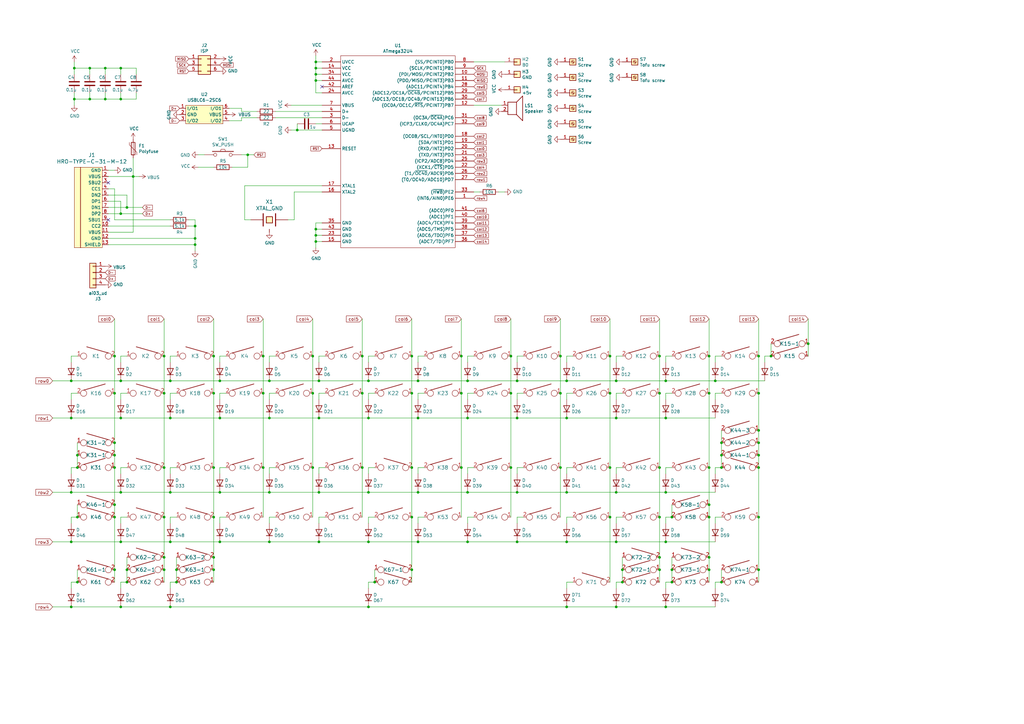
<source format=kicad_sch>
(kicad_sch (version 20200512) (host eeschema "(5.99.0-1789-gecec7192f)")
  (page 1 1)
  (paper "A3")
  (junction (at 29.21 156.21))
  (junction (at 29.21 171.45))
  (junction (at 29.21 201.93))
  (junction (at 29.21 222.25))
  (junction (at 29.21 248.92))
  (junction (at 30.48 27.94))
  (junction (at 30.48 40.64))
  (junction (at 31.75 186.69))
  (junction (at 31.75 191.77))
  (junction (at 31.75 212.09))
  (junction (at 31.75 238.76))
  (junction (at 36.83 27.94))
  (junction (at 36.83 40.64))
  (junction (at 43.18 27.94))
  (junction (at 43.18 40.64))
  (junction (at 46.99 146.05))
  (junction (at 46.99 161.29))
  (junction (at 46.99 181.61))
  (junction (at 46.99 186.69))
  (junction (at 46.99 191.77))
  (junction (at 46.99 207.01))
  (junction (at 46.99 212.09))
  (junction (at 46.99 233.68))
  (junction (at 49.53 27.94))
  (junction (at 49.53 40.64))
  (junction (at 49.53 87.63))
  (junction (at 49.53 156.21))
  (junction (at 49.53 171.45))
  (junction (at 49.53 201.93))
  (junction (at 49.53 222.25))
  (junction (at 49.53 248.92))
  (junction (at 52.07 85.09))
  (junction (at 52.07 233.68))
  (junction (at 52.07 238.76))
  (junction (at 54.61 72.39))
  (junction (at 67.31 146.05))
  (junction (at 67.31 161.29))
  (junction (at 67.31 191.77))
  (junction (at 67.31 212.09))
  (junction (at 67.31 228.6))
  (junction (at 67.31 233.68))
  (junction (at 69.85 156.21))
  (junction (at 69.85 171.45))
  (junction (at 69.85 201.93))
  (junction (at 69.85 222.25))
  (junction (at 69.85 248.92))
  (junction (at 72.39 233.68))
  (junction (at 72.39 238.76))
  (junction (at 80.01 92.71))
  (junction (at 80.01 97.79))
  (junction (at 80.01 100.33))
  (junction (at 87.63 146.05))
  (junction (at 87.63 161.29))
  (junction (at 87.63 191.77))
  (junction (at 87.63 212.09))
  (junction (at 87.63 228.6))
  (junction (at 87.63 233.68))
  (junction (at 90.17 156.21))
  (junction (at 90.17 171.45))
  (junction (at 90.17 201.93))
  (junction (at 90.17 222.25))
  (junction (at 101.6 63.5))
  (junction (at 107.95 146.05))
  (junction (at 107.95 161.29))
  (junction (at 107.95 191.77))
  (junction (at 110.49 156.21))
  (junction (at 110.49 171.45))
  (junction (at 110.49 201.93))
  (junction (at 110.49 222.25))
  (junction (at 121.92 53.34))
  (junction (at 128.27 146.05))
  (junction (at 128.27 161.29))
  (junction (at 128.27 191.77))
  (junction (at 129.54 25.4))
  (junction (at 129.54 27.94))
  (junction (at 129.54 30.48))
  (junction (at 129.54 33.02))
  (junction (at 129.54 93.98))
  (junction (at 129.54 96.52))
  (junction (at 129.54 99.06))
  (junction (at 130.81 156.21))
  (junction (at 130.81 171.45))
  (junction (at 130.81 201.93))
  (junction (at 130.81 222.25))
  (junction (at 148.59 146.05))
  (junction (at 148.59 161.29))
  (junction (at 148.59 191.77))
  (junction (at 151.13 156.21))
  (junction (at 151.13 171.45))
  (junction (at 151.13 201.93))
  (junction (at 151.13 222.25))
  (junction (at 151.13 248.92))
  (junction (at 153.67 238.76))
  (junction (at 168.91 146.05))
  (junction (at 168.91 161.29))
  (junction (at 168.91 191.77))
  (junction (at 168.91 212.09))
  (junction (at 168.91 233.68))
  (junction (at 171.45 156.21))
  (junction (at 171.45 171.45))
  (junction (at 171.45 201.93))
  (junction (at 171.45 222.25))
  (junction (at 189.23 146.05))
  (junction (at 189.23 161.29))
  (junction (at 189.23 191.77))
  (junction (at 191.77 156.21))
  (junction (at 191.77 171.45))
  (junction (at 191.77 201.93))
  (junction (at 191.77 222.25))
  (junction (at 209.55 146.05))
  (junction (at 209.55 161.29))
  (junction (at 209.55 191.77))
  (junction (at 212.09 156.21))
  (junction (at 212.09 171.45))
  (junction (at 212.09 201.93))
  (junction (at 212.09 222.25))
  (junction (at 229.87 146.05))
  (junction (at 229.87 161.29))
  (junction (at 229.87 191.77))
  (junction (at 232.41 156.21))
  (junction (at 232.41 171.45))
  (junction (at 232.41 201.93))
  (junction (at 232.41 222.25))
  (junction (at 232.41 248.92))
  (junction (at 250.19 146.05))
  (junction (at 250.19 161.29))
  (junction (at 250.19 191.77))
  (junction (at 250.19 212.09))
  (junction (at 252.73 156.21))
  (junction (at 252.73 171.45))
  (junction (at 252.73 201.93))
  (junction (at 252.73 222.25))
  (junction (at 252.73 248.92))
  (junction (at 255.27 233.68))
  (junction (at 255.27 238.76))
  (junction (at 270.51 146.05))
  (junction (at 270.51 161.29))
  (junction (at 270.51 191.77))
  (junction (at 270.51 212.09))
  (junction (at 270.51 228.6))
  (junction (at 270.51 233.68))
  (junction (at 273.05 156.21))
  (junction (at 273.05 171.45))
  (junction (at 273.05 201.93))
  (junction (at 273.05 222.25))
  (junction (at 273.05 248.92))
  (junction (at 275.59 212.09))
  (junction (at 275.59 233.68))
  (junction (at 275.59 238.76))
  (junction (at 290.83 146.05))
  (junction (at 290.83 161.29))
  (junction (at 290.83 191.77))
  (junction (at 290.83 207.01))
  (junction (at 290.83 212.09))
  (junction (at 290.83 228.6))
  (junction (at 290.83 233.68))
  (junction (at 293.37 156.21))
  (junction (at 295.91 181.61))
  (junction (at 295.91 186.69))
  (junction (at 295.91 191.77))
  (junction (at 295.91 238.76))
  (junction (at 311.15 146.05))
  (junction (at 311.15 161.29))
  (junction (at 311.15 176.53))
  (junction (at 311.15 181.61))
  (junction (at 311.15 186.69))
  (junction (at 311.15 191.77))
  (junction (at 311.15 212.09))
  (junction (at 311.15 233.68))
  (junction (at 316.23 146.05))
  (junction (at 331.47 140.97))
  (no_connect (at 44.45 74.93))
  (no_connect (at 132.08 35.56))
  (no_connect (at 44.45 90.17))
  (wire (pts (xy 21.59 156.21) (xy 29.21 156.21)))
  (wire (pts (xy 21.59 171.45) (xy 29.21 171.45)))
  (wire (pts (xy 21.59 222.25) (xy 29.21 222.25)))
  (wire (pts (xy 29.21 146.05) (xy 31.75 146.05)))
  (wire (pts (xy 29.21 148.59) (xy 29.21 146.05)))
  (wire (pts (xy 29.21 156.21) (xy 49.53 156.21)))
  (wire (pts (xy 29.21 161.29) (xy 31.75 161.29)))
  (wire (pts (xy 29.21 163.83) (xy 29.21 161.29)))
  (wire (pts (xy 29.21 171.45) (xy 49.53 171.45)))
  (wire (pts (xy 29.21 191.77) (xy 31.75 191.77)))
  (wire (pts (xy 29.21 194.31) (xy 29.21 191.77)))
  (wire (pts (xy 29.21 201.93) (xy 21.59 201.93)))
  (wire (pts (xy 29.21 212.09) (xy 31.75 212.09)))
  (wire (pts (xy 29.21 214.63) (xy 29.21 212.09)))
  (wire (pts (xy 29.21 222.25) (xy 49.53 222.25)))
  (wire (pts (xy 29.21 238.76) (xy 31.75 238.76)))
  (wire (pts (xy 29.21 241.3) (xy 29.21 238.76)))
  (wire (pts (xy 29.21 248.92) (xy 21.59 248.92)))
  (wire (pts (xy 30.48 25.4) (xy 30.48 27.94)))
  (wire (pts (xy 30.48 27.94) (xy 30.48 30.48)))
  (wire (pts (xy 30.48 27.94) (xy 36.83 27.94)))
  (wire (pts (xy 30.48 38.1) (xy 30.48 40.64)))
  (wire (pts (xy 30.48 40.64) (xy 30.48 43.18)))
  (wire (pts (xy 30.48 40.64) (xy 36.83 40.64)))
  (wire (pts (xy 31.75 181.61) (xy 31.75 186.69)))
  (wire (pts (xy 31.75 186.69) (xy 31.75 191.77)))
  (wire (pts (xy 31.75 207.01) (xy 31.75 212.09)))
  (wire (pts (xy 31.75 233.68) (xy 31.75 238.76)))
  (wire (pts (xy 36.83 27.94) (xy 43.18 27.94)))
  (wire (pts (xy 36.83 30.48) (xy 36.83 27.94)))
  (wire (pts (xy 36.83 40.64) (xy 36.83 38.1)))
  (wire (pts (xy 36.83 40.64) (xy 43.18 40.64)))
  (wire (pts (xy 43.18 27.94) (xy 49.53 27.94)))
  (wire (pts (xy 43.18 30.48) (xy 43.18 27.94)))
  (wire (pts (xy 43.18 40.64) (xy 43.18 38.1)))
  (wire (pts (xy 43.18 40.64) (xy 49.53 40.64)))
  (wire (pts (xy 44.45 69.85) (xy 46.99 69.85)))
  (wire (pts (xy 44.45 72.39) (xy 54.61 72.39)))
  (wire (pts (xy 44.45 77.47) (xy 46.99 77.47)))
  (wire (pts (xy 44.45 80.01) (xy 52.07 80.01)))
  (wire (pts (xy 44.45 87.63) (xy 49.53 87.63)))
  (wire (pts (xy 44.45 92.71) (xy 69.85 92.71)))
  (wire (pts (xy 44.45 97.79) (xy 80.01 97.79)))
  (wire (pts (xy 44.45 100.33) (xy 80.01 100.33)))
  (wire (pts (xy 46.99 77.47) (xy 46.99 90.17)))
  (wire (pts (xy 46.99 90.17) (xy 69.85 90.17)))
  (wire (pts (xy 46.99 130.81) (xy 46.99 146.05)))
  (wire (pts (xy 46.99 146.05) (xy 46.99 161.29)))
  (wire (pts (xy 46.99 181.61) (xy 46.99 161.29)))
  (wire (pts (xy 46.99 186.69) (xy 46.99 181.61)))
  (wire (pts (xy 46.99 186.69) (xy 46.99 191.77)))
  (wire (pts (xy 46.99 191.77) (xy 46.99 207.01)))
  (wire (pts (xy 46.99 207.01) (xy 46.99 212.09)))
  (wire (pts (xy 46.99 212.09) (xy 46.99 233.68)))
  (wire (pts (xy 46.99 233.68) (xy 46.99 238.76)))
  (wire (pts (xy 49.53 27.94) (xy 55.88 27.94)))
  (wire (pts (xy 49.53 30.48) (xy 49.53 27.94)))
  (wire (pts (xy 49.53 40.64) (xy 49.53 38.1)))
  (wire (pts (xy 49.53 40.64) (xy 55.88 40.64)))
  (wire (pts (xy 49.53 82.55) (xy 44.45 82.55)))
  (wire (pts (xy 49.53 87.63) (xy 49.53 82.55)))
  (wire (pts (xy 49.53 87.63) (xy 58.42 87.63)))
  (wire (pts (xy 49.53 146.05) (xy 52.07 146.05)))
  (wire (pts (xy 49.53 148.59) (xy 49.53 146.05)))
  (wire (pts (xy 49.53 156.21) (xy 69.85 156.21)))
  (wire (pts (xy 49.53 161.29) (xy 52.07 161.29)))
  (wire (pts (xy 49.53 163.83) (xy 49.53 161.29)))
  (wire (pts (xy 49.53 171.45) (xy 69.85 171.45)))
  (wire (pts (xy 49.53 191.77) (xy 52.07 191.77)))
  (wire (pts (xy 49.53 194.31) (xy 49.53 191.77)))
  (wire (pts (xy 49.53 201.93) (xy 29.21 201.93)))
  (wire (pts (xy 49.53 212.09) (xy 52.07 212.09)))
  (wire (pts (xy 49.53 214.63) (xy 49.53 212.09)))
  (wire (pts (xy 49.53 222.25) (xy 69.85 222.25)))
  (wire (pts (xy 49.53 238.76) (xy 52.07 238.76)))
  (wire (pts (xy 49.53 241.3) (xy 49.53 238.76)))
  (wire (pts (xy 49.53 248.92) (xy 29.21 248.92)))
  (wire (pts (xy 52.07 80.01) (xy 52.07 85.09)))
  (wire (pts (xy 52.07 85.09) (xy 44.45 85.09)))
  (wire (pts (xy 52.07 85.09) (xy 58.42 85.09)))
  (wire (pts (xy 52.07 228.6) (xy 52.07 233.68)))
  (wire (pts (xy 52.07 238.76) (xy 52.07 233.68)))
  (wire (pts (xy 54.61 72.39) (xy 54.61 64.77)))
  (wire (pts (xy 54.61 72.39) (xy 54.61 95.25)))
  (wire (pts (xy 54.61 72.39) (xy 57.15 72.39)))
  (wire (pts (xy 54.61 95.25) (xy 44.45 95.25)))
  (wire (pts (xy 55.88 27.94) (xy 55.88 30.48)))
  (wire (pts (xy 55.88 40.64) (xy 55.88 38.1)))
  (wire (pts (xy 67.31 146.05) (xy 67.31 130.81)))
  (wire (pts (xy 67.31 161.29) (xy 67.31 146.05)))
  (wire (pts (xy 67.31 161.29) (xy 67.31 191.77)))
  (wire (pts (xy 67.31 212.09) (xy 67.31 191.77)))
  (wire (pts (xy 67.31 212.09) (xy 67.31 228.6)))
  (wire (pts (xy 67.31 228.6) (xy 67.31 233.68)))
  (wire (pts (xy 67.31 238.76) (xy 67.31 233.68)))
  (wire (pts (xy 69.85 146.05) (xy 72.39 146.05)))
  (wire (pts (xy 69.85 148.59) (xy 69.85 146.05)))
  (wire (pts (xy 69.85 156.21) (xy 90.17 156.21)))
  (wire (pts (xy 69.85 161.29) (xy 72.39 161.29)))
  (wire (pts (xy 69.85 163.83) (xy 69.85 161.29)))
  (wire (pts (xy 69.85 171.45) (xy 90.17 171.45)))
  (wire (pts (xy 69.85 191.77) (xy 72.39 191.77)))
  (wire (pts (xy 69.85 194.31) (xy 69.85 191.77)))
  (wire (pts (xy 69.85 201.93) (xy 49.53 201.93)))
  (wire (pts (xy 69.85 212.09) (xy 72.39 212.09)))
  (wire (pts (xy 69.85 214.63) (xy 69.85 212.09)))
  (wire (pts (xy 69.85 222.25) (xy 90.17 222.25)))
  (wire (pts (xy 69.85 238.76) (xy 72.39 238.76)))
  (wire (pts (xy 69.85 241.3) (xy 69.85 238.76)))
  (wire (pts (xy 69.85 248.92) (xy 49.53 248.92)))
  (wire (pts (xy 72.39 228.6) (xy 72.39 233.68)))
  (wire (pts (xy 72.39 238.76) (xy 72.39 233.68)))
  (wire (pts (xy 77.47 90.17) (xy 80.01 90.17)))
  (wire (pts (xy 77.47 92.71) (xy 80.01 92.71)))
  (wire (pts (xy 80.01 90.17) (xy 80.01 92.71)))
  (wire (pts (xy 80.01 92.71) (xy 80.01 97.79)))
  (wire (pts (xy 80.01 97.79) (xy 80.01 100.33)))
  (wire (pts (xy 80.01 100.33) (xy 80.01 102.87)))
  (wire (pts (xy 81.28 63.5) (xy 83.82 63.5)))
  (wire (pts (xy 81.28 68.58) (xy 87.63 68.58)))
  (wire (pts (xy 87.63 130.81) (xy 87.63 146.05)))
  (wire (pts (xy 87.63 146.05) (xy 87.63 161.29)))
  (wire (pts (xy 87.63 191.77) (xy 87.63 161.29)))
  (wire (pts (xy 87.63 191.77) (xy 87.63 212.09)))
  (wire (pts (xy 87.63 212.09) (xy 87.63 228.6)))
  (wire (pts (xy 87.63 228.6) (xy 87.63 233.68)))
  (wire (pts (xy 87.63 233.68) (xy 87.63 238.76)))
  (wire (pts (xy 90.17 146.05) (xy 92.71 146.05)))
  (wire (pts (xy 90.17 148.59) (xy 90.17 146.05)))
  (wire (pts (xy 90.17 156.21) (xy 110.49 156.21)))
  (wire (pts (xy 90.17 161.29) (xy 92.71 161.29)))
  (wire (pts (xy 90.17 163.83) (xy 90.17 161.29)))
  (wire (pts (xy 90.17 171.45) (xy 110.49 171.45)))
  (wire (pts (xy 90.17 191.77) (xy 92.71 191.77)))
  (wire (pts (xy 90.17 194.31) (xy 90.17 191.77)))
  (wire (pts (xy 90.17 201.93) (xy 69.85 201.93)))
  (wire (pts (xy 90.17 212.09) (xy 92.71 212.09)))
  (wire (pts (xy 90.17 214.63) (xy 90.17 212.09)))
  (wire (pts (xy 90.17 222.25) (xy 110.49 222.25)))
  (wire (pts (xy 93.98 44.45) (xy 99.06 44.45)))
  (wire (pts (xy 93.98 49.53) (xy 99.06 49.53)))
  (wire (pts (xy 99.06 44.45) (xy 99.06 45.72)))
  (wire (pts (xy 99.06 45.72) (xy 105.41 45.72)))
  (wire (pts (xy 99.06 48.26) (xy 105.41 48.26)))
  (wire (pts (xy 99.06 49.53) (xy 99.06 48.26)))
  (wire (pts (xy 99.06 63.5) (xy 101.6 63.5)))
  (wire (pts (xy 100.33 76.2) (xy 132.08 76.2)))
  (wire (pts (xy 100.33 90.17) (xy 100.33 76.2)))
  (wire (pts (xy 100.33 90.17) (xy 102.87 90.17)))
  (wire (pts (xy 101.6 63.5) (xy 101.6 68.58)))
  (wire (pts (xy 101.6 68.58) (xy 95.25 68.58)))
  (wire (pts (xy 104.14 63.5) (xy 101.6 63.5)))
  (wire (pts (xy 107.95 130.81) (xy 107.95 146.05)))
  (wire (pts (xy 107.95 146.05) (xy 107.95 161.29)))
  (wire (pts (xy 107.95 191.77) (xy 107.95 161.29)))
  (wire (pts (xy 107.95 191.77) (xy 107.95 212.09)))
  (wire (pts (xy 110.49 146.05) (xy 113.03 146.05)))
  (wire (pts (xy 110.49 148.59) (xy 110.49 146.05)))
  (wire (pts (xy 110.49 156.21) (xy 130.81 156.21)))
  (wire (pts (xy 110.49 161.29) (xy 113.03 161.29)))
  (wire (pts (xy 110.49 163.83) (xy 110.49 161.29)))
  (wire (pts (xy 110.49 171.45) (xy 130.81 171.45)))
  (wire (pts (xy 110.49 191.77) (xy 113.03 191.77)))
  (wire (pts (xy 110.49 194.31) (xy 110.49 191.77)))
  (wire (pts (xy 110.49 201.93) (xy 90.17 201.93)))
  (wire (pts (xy 110.49 212.09) (xy 113.03 212.09)))
  (wire (pts (xy 110.49 214.63) (xy 110.49 212.09)))
  (wire (pts (xy 110.49 222.25) (xy 130.81 222.25)))
  (wire (pts (xy 113.03 45.72) (xy 132.08 45.72)))
  (wire (pts (xy 113.03 48.26) (xy 132.08 48.26)))
  (wire (pts (xy 119.38 53.34) (xy 121.92 53.34)))
  (wire (pts (xy 120.65 78.74) (xy 120.65 90.17)))
  (wire (pts (xy 120.65 90.17) (xy 118.11 90.17)))
  (wire (pts (xy 121.92 50.8) (xy 121.92 53.34)))
  (wire (pts (xy 121.92 53.34) (xy 132.08 53.34)))
  (wire (pts (xy 128.27 146.05) (xy 128.27 130.81)))
  (wire (pts (xy 128.27 161.29) (xy 128.27 146.05)))
  (wire (pts (xy 128.27 191.77) (xy 128.27 161.29)))
  (wire (pts (xy 128.27 212.09) (xy 128.27 191.77)))
  (wire (pts (xy 129.54 22.86) (xy 129.54 25.4)))
  (wire (pts (xy 129.54 25.4) (xy 129.54 27.94)))
  (wire (pts (xy 129.54 27.94) (xy 129.54 30.48)))
  (wire (pts (xy 129.54 30.48) (xy 129.54 33.02)))
  (wire (pts (xy 129.54 33.02) (xy 129.54 38.1)))
  (wire (pts (xy 129.54 38.1) (xy 132.08 38.1)))
  (wire (pts (xy 129.54 91.44) (xy 129.54 93.98)))
  (wire (pts (xy 129.54 93.98) (xy 129.54 96.52)))
  (wire (pts (xy 129.54 96.52) (xy 129.54 99.06)))
  (wire (pts (xy 129.54 99.06) (xy 132.08 99.06)))
  (wire (pts (xy 129.54 101.6) (xy 129.54 99.06)))
  (wire (pts (xy 130.81 146.05) (xy 133.35 146.05)))
  (wire (pts (xy 130.81 148.59) (xy 130.81 146.05)))
  (wire (pts (xy 130.81 156.21) (xy 151.13 156.21)))
  (wire (pts (xy 130.81 161.29) (xy 133.35 161.29)))
  (wire (pts (xy 130.81 163.83) (xy 130.81 161.29)))
  (wire (pts (xy 130.81 171.45) (xy 151.13 171.45)))
  (wire (pts (xy 130.81 191.77) (xy 133.35 191.77)))
  (wire (pts (xy 130.81 194.31) (xy 130.81 191.77)))
  (wire (pts (xy 130.81 201.93) (xy 110.49 201.93)))
  (wire (pts (xy 130.81 212.09) (xy 133.35 212.09)))
  (wire (pts (xy 130.81 214.63) (xy 130.81 212.09)))
  (wire (pts (xy 130.81 222.25) (xy 151.13 222.25)))
  (wire (pts (xy 132.08 25.4) (xy 129.54 25.4)))
  (wire (pts (xy 132.08 27.94) (xy 129.54 27.94)))
  (wire (pts (xy 132.08 30.48) (xy 129.54 30.48)))
  (wire (pts (xy 132.08 33.02) (xy 129.54 33.02)))
  (wire (pts (xy 132.08 43.18) (xy 119.38 43.18)))
  (wire (pts (xy 132.08 50.8) (xy 129.54 50.8)))
  (wire (pts (xy 132.08 78.74) (xy 120.65 78.74)))
  (wire (pts (xy 132.08 91.44) (xy 129.54 91.44)))
  (wire (pts (xy 132.08 93.98) (xy 129.54 93.98)))
  (wire (pts (xy 132.08 96.52) (xy 129.54 96.52)))
  (wire (pts (xy 148.59 130.81) (xy 148.59 146.05)))
  (wire (pts (xy 148.59 146.05) (xy 148.59 161.29)))
  (wire (pts (xy 148.59 161.29) (xy 148.59 191.77)))
  (wire (pts (xy 148.59 191.77) (xy 148.59 212.09)))
  (wire (pts (xy 151.13 146.05) (xy 153.67 146.05)))
  (wire (pts (xy 151.13 148.59) (xy 151.13 146.05)))
  (wire (pts (xy 151.13 156.21) (xy 171.45 156.21)))
  (wire (pts (xy 151.13 161.29) (xy 153.67 161.29)))
  (wire (pts (xy 151.13 163.83) (xy 151.13 161.29)))
  (wire (pts (xy 151.13 171.45) (xy 171.45 171.45)))
  (wire (pts (xy 151.13 191.77) (xy 153.67 191.77)))
  (wire (pts (xy 151.13 194.31) (xy 151.13 191.77)))
  (wire (pts (xy 151.13 201.93) (xy 130.81 201.93)))
  (wire (pts (xy 151.13 212.09) (xy 153.67 212.09)))
  (wire (pts (xy 151.13 214.63) (xy 151.13 212.09)))
  (wire (pts (xy 151.13 222.25) (xy 171.45 222.25)))
  (wire (pts (xy 151.13 238.76) (xy 153.67 238.76)))
  (wire (pts (xy 151.13 241.3) (xy 151.13 238.76)))
  (wire (pts (xy 151.13 248.92) (xy 69.85 248.92)))
  (wire (pts (xy 151.13 248.92) (xy 232.41 248.92)))
  (wire (pts (xy 153.67 233.68) (xy 153.67 238.76)))
  (wire (pts (xy 168.91 146.05) (xy 168.91 130.81)))
  (wire (pts (xy 168.91 161.29) (xy 168.91 146.05)))
  (wire (pts (xy 168.91 191.77) (xy 168.91 161.29)))
  (wire (pts (xy 168.91 212.09) (xy 168.91 191.77)))
  (wire (pts (xy 168.91 212.09) (xy 168.91 233.68)))
  (wire (pts (xy 168.91 238.76) (xy 168.91 233.68)))
  (wire (pts (xy 171.45 146.05) (xy 173.99 146.05)))
  (wire (pts (xy 171.45 148.59) (xy 171.45 146.05)))
  (wire (pts (xy 171.45 156.21) (xy 191.77 156.21)))
  (wire (pts (xy 171.45 161.29) (xy 173.99 161.29)))
  (wire (pts (xy 171.45 163.83) (xy 171.45 161.29)))
  (wire (pts (xy 171.45 171.45) (xy 191.77 171.45)))
  (wire (pts (xy 171.45 191.77) (xy 173.99 191.77)))
  (wire (pts (xy 171.45 194.31) (xy 171.45 191.77)))
  (wire (pts (xy 171.45 201.93) (xy 151.13 201.93)))
  (wire (pts (xy 171.45 212.09) (xy 173.99 212.09)))
  (wire (pts (xy 171.45 214.63) (xy 171.45 212.09)))
  (wire (pts (xy 171.45 222.25) (xy 191.77 222.25)))
  (wire (pts (xy 189.23 130.81) (xy 189.23 146.05)))
  (wire (pts (xy 189.23 146.05) (xy 189.23 161.29)))
  (wire (pts (xy 189.23 191.77) (xy 189.23 161.29)))
  (wire (pts (xy 189.23 191.77) (xy 189.23 212.09)))
  (wire (pts (xy 191.77 146.05) (xy 194.31 146.05)))
  (wire (pts (xy 191.77 148.59) (xy 191.77 146.05)))
  (wire (pts (xy 191.77 156.21) (xy 212.09 156.21)))
  (wire (pts (xy 191.77 161.29) (xy 194.31 161.29)))
  (wire (pts (xy 191.77 163.83) (xy 191.77 161.29)))
  (wire (pts (xy 191.77 171.45) (xy 212.09 171.45)))
  (wire (pts (xy 191.77 191.77) (xy 194.31 191.77)))
  (wire (pts (xy 191.77 194.31) (xy 191.77 191.77)))
  (wire (pts (xy 191.77 201.93) (xy 171.45 201.93)))
  (wire (pts (xy 191.77 212.09) (xy 194.31 212.09)))
  (wire (pts (xy 191.77 214.63) (xy 191.77 212.09)))
  (wire (pts (xy 191.77 222.25) (xy 212.09 222.25)))
  (wire (pts (xy 194.31 25.4) (xy 207.01 25.4)))
  (wire (pts (xy 194.31 43.18) (xy 205.74 43.18)))
  (wire (pts (xy 196.85 78.74) (xy 194.31 78.74)))
  (wire (pts (xy 207.01 78.74) (xy 204.47 78.74)))
  (wire (pts (xy 209.55 146.05) (xy 209.55 130.81)))
  (wire (pts (xy 209.55 161.29) (xy 209.55 146.05)))
  (wire (pts (xy 209.55 191.77) (xy 209.55 161.29)))
  (wire (pts (xy 209.55 212.09) (xy 209.55 191.77)))
  (wire (pts (xy 212.09 146.05) (xy 214.63 146.05)))
  (wire (pts (xy 212.09 148.59) (xy 212.09 146.05)))
  (wire (pts (xy 212.09 156.21) (xy 232.41 156.21)))
  (wire (pts (xy 212.09 161.29) (xy 214.63 161.29)))
  (wire (pts (xy 212.09 163.83) (xy 212.09 161.29)))
  (wire (pts (xy 212.09 171.45) (xy 232.41 171.45)))
  (wire (pts (xy 212.09 191.77) (xy 214.63 191.77)))
  (wire (pts (xy 212.09 194.31) (xy 212.09 191.77)))
  (wire (pts (xy 212.09 201.93) (xy 191.77 201.93)))
  (wire (pts (xy 212.09 212.09) (xy 214.63 212.09)))
  (wire (pts (xy 212.09 214.63) (xy 212.09 212.09)))
  (wire (pts (xy 212.09 222.25) (xy 232.41 222.25)))
  (wire (pts (xy 229.87 130.81) (xy 229.87 146.05)))
  (wire (pts (xy 229.87 146.05) (xy 229.87 161.29)))
  (wire (pts (xy 229.87 191.77) (xy 229.87 161.29)))
  (wire (pts (xy 229.87 191.77) (xy 229.87 212.09)))
  (wire (pts (xy 232.41 146.05) (xy 234.95 146.05)))
  (wire (pts (xy 232.41 148.59) (xy 232.41 146.05)))
  (wire (pts (xy 232.41 156.21) (xy 252.73 156.21)))
  (wire (pts (xy 232.41 161.29) (xy 234.95 161.29)))
  (wire (pts (xy 232.41 163.83) (xy 232.41 161.29)))
  (wire (pts (xy 232.41 171.45) (xy 252.73 171.45)))
  (wire (pts (xy 232.41 191.77) (xy 234.95 191.77)))
  (wire (pts (xy 232.41 194.31) (xy 232.41 191.77)))
  (wire (pts (xy 232.41 201.93) (xy 212.09 201.93)))
  (wire (pts (xy 232.41 212.09) (xy 234.95 212.09)))
  (wire (pts (xy 232.41 214.63) (xy 232.41 212.09)))
  (wire (pts (xy 232.41 222.25) (xy 252.73 222.25)))
  (wire (pts (xy 232.41 238.76) (xy 234.95 238.76)))
  (wire (pts (xy 232.41 241.3) (xy 232.41 238.76)))
  (wire (pts (xy 250.19 146.05) (xy 250.19 130.81)))
  (wire (pts (xy 250.19 161.29) (xy 250.19 146.05)))
  (wire (pts (xy 250.19 161.29) (xy 250.19 191.77)))
  (wire (pts (xy 250.19 212.09) (xy 250.19 191.77)))
  (wire (pts (xy 250.19 212.09) (xy 250.19 238.76)))
  (wire (pts (xy 252.73 146.05) (xy 255.27 146.05)))
  (wire (pts (xy 252.73 148.59) (xy 252.73 146.05)))
  (wire (pts (xy 252.73 156.21) (xy 273.05 156.21)))
  (wire (pts (xy 252.73 161.29) (xy 255.27 161.29)))
  (wire (pts (xy 252.73 163.83) (xy 252.73 161.29)))
  (wire (pts (xy 252.73 171.45) (xy 273.05 171.45)))
  (wire (pts (xy 252.73 191.77) (xy 255.27 191.77)))
  (wire (pts (xy 252.73 194.31) (xy 252.73 191.77)))
  (wire (pts (xy 252.73 201.93) (xy 232.41 201.93)))
  (wire (pts (xy 252.73 212.09) (xy 255.27 212.09)))
  (wire (pts (xy 252.73 214.63) (xy 252.73 212.09)))
  (wire (pts (xy 252.73 222.25) (xy 273.05 222.25)))
  (wire (pts (xy 252.73 238.76) (xy 255.27 238.76)))
  (wire (pts (xy 252.73 241.3) (xy 252.73 238.76)))
  (wire (pts (xy 252.73 248.92) (xy 232.41 248.92)))
  (wire (pts (xy 255.27 228.6) (xy 255.27 233.68)))
  (wire (pts (xy 255.27 238.76) (xy 255.27 233.68)))
  (wire (pts (xy 270.51 130.81) (xy 270.51 146.05)))
  (wire (pts (xy 270.51 146.05) (xy 270.51 161.29)))
  (wire (pts (xy 270.51 191.77) (xy 270.51 161.29)))
  (wire (pts (xy 270.51 191.77) (xy 270.51 212.09)))
  (wire (pts (xy 270.51 212.09) (xy 270.51 228.6)))
  (wire (pts (xy 270.51 228.6) (xy 270.51 233.68)))
  (wire (pts (xy 270.51 233.68) (xy 270.51 238.76)))
  (wire (pts (xy 273.05 146.05) (xy 275.59 146.05)))
  (wire (pts (xy 273.05 148.59) (xy 273.05 146.05)))
  (wire (pts (xy 273.05 156.21) (xy 293.37 156.21)))
  (wire (pts (xy 273.05 161.29) (xy 275.59 161.29)))
  (wire (pts (xy 273.05 163.83) (xy 273.05 161.29)))
  (wire (pts (xy 273.05 171.45) (xy 293.37 171.45)))
  (wire (pts (xy 273.05 191.77) (xy 275.59 191.77)))
  (wire (pts (xy 273.05 194.31) (xy 273.05 191.77)))
  (wire (pts (xy 273.05 201.93) (xy 252.73 201.93)))
  (wire (pts (xy 273.05 212.09) (xy 275.59 212.09)))
  (wire (pts (xy 273.05 214.63) (xy 273.05 212.09)))
  (wire (pts (xy 273.05 222.25) (xy 293.37 222.25)))
  (wire (pts (xy 273.05 238.76) (xy 275.59 238.76)))
  (wire (pts (xy 273.05 241.3) (xy 273.05 238.76)))
  (wire (pts (xy 273.05 248.92) (xy 252.73 248.92)))
  (wire (pts (xy 275.59 207.01) (xy 275.59 212.09)))
  (wire (pts (xy 275.59 228.6) (xy 275.59 233.68)))
  (wire (pts (xy 275.59 238.76) (xy 275.59 233.68)))
  (wire (pts (xy 290.83 146.05) (xy 290.83 130.81)))
  (wire (pts (xy 290.83 146.05) (xy 290.83 161.29)))
  (wire (pts (xy 290.83 161.29) (xy 290.83 191.77)))
  (wire (pts (xy 290.83 207.01) (xy 290.83 191.77)))
  (wire (pts (xy 290.83 212.09) (xy 290.83 207.01)))
  (wire (pts (xy 290.83 212.09) (xy 290.83 228.6)))
  (wire (pts (xy 290.83 228.6) (xy 290.83 233.68)))
  (wire (pts (xy 290.83 238.76) (xy 290.83 233.68)))
  (wire (pts (xy 293.37 146.05) (xy 295.91 146.05)))
  (wire (pts (xy 293.37 148.59) (xy 293.37 146.05)))
  (wire (pts (xy 293.37 156.21) (xy 313.69 156.21)))
  (wire (pts (xy 293.37 161.29) (xy 295.91 161.29)))
  (wire (pts (xy 293.37 163.83) (xy 293.37 161.29)))
  (wire (pts (xy 293.37 191.77) (xy 295.91 191.77)))
  (wire (pts (xy 293.37 194.31) (xy 293.37 191.77)))
  (wire (pts (xy 293.37 201.93) (xy 273.05 201.93)))
  (wire (pts (xy 293.37 212.09) (xy 295.91 212.09)))
  (wire (pts (xy 293.37 214.63) (xy 293.37 212.09)))
  (wire (pts (xy 293.37 238.76) (xy 295.91 238.76)))
  (wire (pts (xy 293.37 241.3) (xy 293.37 238.76)))
  (wire (pts (xy 293.37 248.92) (xy 273.05 248.92)))
  (wire (pts (xy 295.91 181.61) (xy 295.91 176.53)))
  (wire (pts (xy 295.91 181.61) (xy 295.91 186.69)))
  (wire (pts (xy 295.91 186.69) (xy 295.91 191.77)))
  (wire (pts (xy 295.91 238.76) (xy 295.91 233.68)))
  (wire (pts (xy 311.15 130.81) (xy 311.15 146.05)))
  (wire (pts (xy 311.15 146.05) (xy 311.15 161.29)))
  (wire (pts (xy 311.15 176.53) (xy 311.15 161.29)))
  (wire (pts (xy 311.15 181.61) (xy 311.15 176.53)))
  (wire (pts (xy 311.15 186.69) (xy 311.15 181.61)))
  (wire (pts (xy 311.15 186.69) (xy 311.15 191.77)))
  (wire (pts (xy 311.15 191.77) (xy 311.15 212.09)))
  (wire (pts (xy 311.15 212.09) (xy 311.15 233.68)))
  (wire (pts (xy 311.15 233.68) (xy 311.15 238.76)))
  (wire (pts (xy 313.69 146.05) (xy 316.23 146.05)))
  (wire (pts (xy 313.69 148.59) (xy 313.69 146.05)))
  (wire (pts (xy 316.23 140.97) (xy 316.23 146.05)))
  (wire (pts (xy 331.47 140.97) (xy 331.47 130.81)))
  (wire (pts (xy 331.47 146.05) (xy 331.47 140.97)))
  (global_label "row0" (shape input) (at 21.59 156.21 180))
  (global_label "row1" (shape input) (at 21.59 171.45 180))
  (global_label "row2" (shape input) (at 21.59 201.93 180))
  (global_label "row3" (shape input) (at 21.59 222.25 180))
  (global_label "row4" (shape input) (at 21.59 248.92 180))
  (global_label "D-" (shape input) (at 43.18 111.76 0) (effects (font (size 0.9906 0.9906))))
  (global_label "D+" (shape input) (at 43.18 114.3 0) (effects (font (size 0.9906 0.9906))))
  (global_label "col0" (shape input) (at 46.99 130.81 180))
  (global_label "D-" (shape input) (at 58.42 85.09 0) (effects (font (size 0.9906 0.9906))))
  (global_label "D+" (shape input) (at 58.42 87.63 0) (effects (font (size 0.9906 0.9906))))
  (global_label "col1" (shape input) (at 67.31 130.81 180))
  (global_label "D+" (shape input) (at 73.66 44.45 180) (effects (font (size 0.9906 0.9906))))
  (global_label "D-" (shape input) (at 73.66 49.53 180) (effects (font (size 0.9906 0.9906))))
  (global_label "MISO" (shape input) (at 77.47 24.13 180) (effects (font (size 0.9906 0.9906))))
  (global_label "SCK" (shape input) (at 77.47 26.67 180) (effects (font (size 0.9906 0.9906))))
  (global_label "RST" (shape input) (at 77.47 29.21 180) (effects (font (size 0.9906 0.9906))))
  (global_label "col2" (shape input) (at 87.63 130.81 180))
  (global_label "MOSI" (shape input) (at 90.17 26.67 0) (effects (font (size 0.9906 0.9906))))
  (global_label "RST" (shape input) (at 104.14 63.5 0) (effects (font (size 0.9906 0.9906))))
  (global_label "col3" (shape input) (at 107.95 130.81 180))
  (global_label "col4" (shape input) (at 128.27 130.81 180))
  (global_label "RST" (shape input) (at 132.08 60.96 180) (effects (font (size 0.9906 0.9906))))
  (global_label "col5" (shape input) (at 148.59 130.81 180))
  (global_label "col6" (shape input) (at 168.91 130.81 180))
  (global_label "col7" (shape input) (at 189.23 130.81 180))
  (global_label "SCK" (shape input) (at 194.31 27.94 0) (effects (font (size 0.9906 0.9906))))
  (global_label "MOSI" (shape input) (at 194.31 30.48 0) (effects (font (size 0.9906 0.9906))))
  (global_label "MISO" (shape input) (at 194.31 33.02 0) (effects (font (size 0.9906 0.9906))))
  (global_label "row0" (shape input) (at 194.31 35.56 0) (effects (font (size 0.9906 0.9906))))
  (global_label "col5" (shape input) (at 194.31 38.1 0) (effects (font (size 0.9906 0.9906))))
  (global_label "col7" (shape input) (at 194.31 40.64 0) (effects (font (size 0.9906 0.9906))))
  (global_label "col8" (shape input) (at 194.31 48.26 0) (effects (font (size 0.9906 0.9906))))
  (global_label "col9" (shape input) (at 194.31 50.8 0) (effects (font (size 0.9906 0.9906))))
  (global_label "col2" (shape input) (at 194.31 55.88 0) (effects (font (size 0.9906 0.9906))))
  (global_label "col1" (shape input) (at 194.31 58.42 0) (effects (font (size 0.9906 0.9906))))
  (global_label "col0" (shape input) (at 194.31 60.96 0) (effects (font (size 0.9906 0.9906))))
  (global_label "col3" (shape input) (at 194.31 63.5 0) (effects (font (size 0.9906 0.9906))))
  (global_label "row3" (shape input) (at 194.31 66.04 0) (effects (font (size 0.9906 0.9906))))
  (global_label "col4" (shape input) (at 194.31 68.58 0) (effects (font (size 0.9906 0.9906))))
  (global_label "row2" (shape input) (at 194.31 71.12 0) (effects (font (size 0.9906 0.9906))))
  (global_label "row1" (shape input) (at 194.31 73.66 0) (effects (font (size 0.9906 0.9906))))
  (global_label "row4" (shape input) (at 194.31 81.28 0) (effects (font (size 0.9906 0.9906))))
  (global_label "col6" (shape input) (at 194.31 86.36 0) (effects (font (size 0.9906 0.9906))))
  (global_label "col10" (shape input) (at 194.31 88.9 0) (effects (font (size 0.9906 0.9906))))
  (global_label "col11" (shape input) (at 194.31 91.44 0) (effects (font (size 0.9906 0.9906))))
  (global_label "col12" (shape input) (at 194.31 93.98 0) (effects (font (size 0.9906 0.9906))))
  (global_label "col13" (shape input) (at 194.31 96.52 0) (effects (font (size 0.9906 0.9906))))
  (global_label "col14" (shape input) (at 194.31 99.06 0) (effects (font (size 0.9906 0.9906))))
  (global_label "col8" (shape input) (at 209.55 130.81 180))
  (global_label "col9" (shape input) (at 229.87 130.81 180))
  (global_label "col10" (shape input) (at 250.19 130.81 180))
  (global_label "col11" (shape input) (at 270.51 130.81 180))
  (global_label "col12" (shape input) (at 290.83 130.81 180))
  (global_label "col13" (shape input) (at 311.15 130.81 180))
  (global_label "col14" (shape input) (at 331.47 130.81 180))
  (symbol (lib_id "Power:VCC") (at 30.48 25.4 0) (unit 1)
    (property "Reference" "#PWR0109" (effects hide))
    (property "Value" "VCC" (at 30.9118 21.0058 0))
  )
  (symbol (lib_id "Power:VBUS") (at 43.18 109.22 270) (unit 1)
    (property "Reference" "#PWR0130" (effects hide))
    (property "Value" "VBUS" (at 46.4312 109.601 90) (effects (justify left)))
  )
  (symbol (lib_id "Power:VCC") (at 54.61 57.15 0) (unit 1)
    (property "Reference" "#PWR0112" (effects hide))
    (property "Value" "VCC" (at 55.0418 52.7558 0))
  )
  (symbol (lib_id "Power:VBUS") (at 57.15 72.39 270) (unit 1)
    (property "Reference" "#PWR0124" (effects hide))
    (property "Value" "VBUS" (at 60.4012 72.771 90) (effects (justify left)))
  )
  (symbol (lib_id "Power:VCC") (at 81.28 68.58 90) (unit 1)
    (property "Reference" "#PWR0104" (effects hide))
    (property "Value" "VCC" (at 78.0542 68.1228 90) (effects (justify left)))
  )
  (symbol (lib_id "Power:VCC") (at 90.17 24.13 270) (unit 1)
    (property "Reference" "#PWR0121" (effects hide))
    (property "Value" "VCC" (at 94.5642 24.5618 0))
  )
  (symbol (lib_id "Power:VBUS") (at 93.98 46.99 270) (unit 1)
    (property "Reference" "#PWR0125" (effects hide))
    (property "Value" "VBUS" (at 97.79 46.99 90) (effects (justify left)))
  )
  (symbol (lib_id "Power:VCC") (at 119.38 43.18 90) (unit 1)
    (property "Reference" "#PWR0113" (effects hide))
    (property "Value" "VCC" (at 114.9858 42.7482 0))
  )
  (symbol (lib_id "Power:VCC") (at 129.54 22.86 0) (unit 1)
    (property "Reference" "#PWR0103" (effects hide))
    (property "Value" "VCC" (at 129.9718 18.4658 0))
  )
  (symbol (lib_id "Power:VCC") (at 207.01 36.83 90) (unit 1)
    (property "Reference" "#PWR0123" (effects hide))
    (property "Value" "VCC" (at 202.6158 36.3982 0))
  )
  (symbol (lib_id "Power:GND") (at 30.48 43.18 0) (unit 1)
    (property "Reference" "#PWR0110" (effects hide))
    (property "Value" "GND" (at 30.607 47.5742 0))
  )
  (symbol (lib_id "Power:GND") (at 43.18 116.84 90) (unit 1)
    (property "Reference" "#PWR0131" (effects hide))
    (property "Value" "GND" (at 46.4312 116.713 90) (effects (justify right)))
  )
  (symbol (lib_id "Power:GND") (at 46.99 69.85 90) (unit 1)
    (property "Reference" "#PWR0102" (effects hide))
    (property "Value" "GND" (at 50.2412 69.723 90) (effects (justify right)))
  )
  (symbol (lib_id "Power:GND") (at 73.66 46.99 270) (unit 1)
    (property "Reference" "#PWR0126" (effects hide))
    (property "Value" "GND" (at 69.2658 47.117 0))
  )
  (symbol (lib_id "Power:GND") (at 80.01 102.87 0) (unit 1)
    (property "Reference" "#PWR0111" (effects hide))
    (property "Value" "GND" (at 80.137 106.1212 90) (effects (justify right)))
  )
  (symbol (lib_id "Power:GND") (at 81.28 63.5 270) (unit 1)
    (property "Reference" "#PWR0105" (effects hide))
    (property "Value" "GND" (at 78.0288 63.627 90) (effects (justify right)))
  )
  (symbol (lib_id "Power:GND") (at 90.17 29.21 90) (unit 1)
    (property "Reference" "#PWR0120" (effects hide))
    (property "Value" "GND" (at 93.4212 29.083 90) (effects (justify right)))
  )
  (symbol (lib_id "Power:GND") (at 110.49 95.25 0) (unit 1)
    (property "Reference" "#PWR0107" (effects hide))
    (property "Value" "GND" (at 110.617 99.6442 0))
  )
  (symbol (lib_id "Power:GND") (at 119.38 53.34 270) (unit 1)
    (property "Reference" "#PWR0101" (effects hide))
    (property "Value" "GND" (at 114.9858 53.467 0))
  )
  (symbol (lib_id "Power:GND") (at 129.54 101.6 0) (unit 1)
    (property "Reference" "#PWR0108" (effects hide))
    (property "Value" "GND" (at 129.667 105.9942 0))
  )
  (symbol (lib_id "Power:GND") (at 205.74 45.72 270) (unit 1)
    (property "Reference" "#PWR0132" (effects hide))
    (property "Value" "GND" (at 201.3458 45.847 0))
  )
  (symbol (lib_id "Power:GND") (at 207.01 30.48 270) (unit 1)
    (property "Reference" "#PWR0122" (effects hide))
    (property "Value" "GND" (at 202.6158 30.607 0))
  )
  (symbol (lib_id "Power:GND") (at 207.01 78.74 90) (unit 1)
    (property "Reference" "#PWR0106" (effects hide))
    (property "Value" "GND" (at 210.2612 78.613 90) (effects (justify right)))
  )
  (symbol (lib_id "Power:GND") (at 229.87 25.4 270) (unit 1)
    (property "Reference" "#PWR0114" (effects hide))
    (property "Value" "GND" (at 225.4758 25.527 0))
  )
  (symbol (lib_id "Power:GND") (at 229.87 31.75 270) (unit 1)
    (property "Reference" "#PWR0115" (effects hide))
    (property "Value" "GND" (at 225.4758 31.877 0))
  )
  (symbol (lib_id "Power:GND") (at 229.87 38.1 270) (unit 1)
    (property "Reference" "#PWR0116" (effects hide))
    (property "Value" "GND" (at 225.4758 38.227 0))
  )
  (symbol (lib_id "Power:GND") (at 229.87 44.45 270) (unit 1)
    (property "Reference" "#PWR0117" (effects hide))
    (property "Value" "GND" (at 225.4758 44.577 0))
  )
  (symbol (lib_id "Power:GND") (at 229.87 50.8 270) (unit 1)
    (property "Reference" "#PWR0118" (effects hide))
    (property "Value" "GND" (at 225.4758 50.927 0))
  )
  (symbol (lib_id "Power:GND") (at 229.87 57.15 270) (unit 1)
    (property "Reference" "#PWR0119" (effects hide))
    (property "Value" "GND" (at 225.4758 57.277 0))
  )
  (symbol (lib_id "Power:GND") (at 255.27 25.4 270) (unit 1)
    (property "Reference" "#PWR0128" (effects hide))
    (property "Value" "GND" (at 250.8758 25.527 0))
  )
  (symbol (lib_id "Power:GND") (at 255.27 31.75 270) (unit 1)
    (property "Reference" "#PWR0129" (effects hide))
    (property "Value" "GND" (at 250.8758 31.877 0))
  )
  (symbol (lib_id "Device:R") (at 73.66 90.17 270) (unit 1)
    (property "Reference" "R3" (at 73.66 87.63 90))
    (property "Value" "5.1k" (at 73.66 90.17 90))
    (property "Footprint" "Keeb_components:R_0805" (effects hide))
  )
  (symbol (lib_id "Device:R") (at 73.66 92.71 90) (unit 1)
    (property "Reference" "R4" (at 73.66 95.25 90))
    (property "Value" "5.1k" (at 73.66 92.71 90))
    (property "Footprint" "Keeb_components:R_0805" (effects hide))
  )
  (symbol (lib_id "Device:R") (at 91.44 68.58 270) (unit 1)
    (property "Reference" "R5" (at 91.44 66.04 90))
    (property "Value" "10k" (at 91.44 68.58 90))
    (property "Footprint" "Keeb_components:R_0805" (effects hide))
  )
  (symbol (lib_id "Device:R") (at 109.22 45.72 270) (unit 1)
    (property "Reference" "R1" (at 109.22 43.18 90))
    (property "Value" "22" (at 109.22 45.72 90))
    (property "Footprint" "Keeb_components:R_0805" (effects hide))
  )
  (symbol (lib_id "Device:R") (at 109.22 48.26 90) (unit 1)
    (property "Reference" "R2" (at 109.22 50.8 90))
    (property "Value" "22" (at 109.22 48.26 90))
    (property "Footprint" "Keeb_components:R_0805" (effects hide))
  )
  (symbol (lib_id "Device:R") (at 200.66 78.74 270) (unit 1)
    (property "Reference" "R6" (at 200.66 76.2 90))
    (property "Value" "10k" (at 200.66 78.74 90))
    (property "Footprint" "Keeb_components:R_0805" (effects hide))
  )
  (symbol (lib_id "Connector_Generic:Conn_01x01") (at 212.09 25.4 0) (unit 1)
    (property "Reference" "H2" (at 214.122 24.3332 0) (effects (justify left)))
    (property "Value" "B0" (at 214.122 26.6446 0) (effects (justify left)))
    (property "Footprint" "footprints:free_pin" (effects hide))
  )
  (symbol (lib_id "Connector_Generic:Conn_01x01") (at 212.09 30.48 0) (unit 1)
    (property "Reference" "H3" (at 214.122 29.4132 0) (effects (justify left)))
    (property "Value" "GND" (at 214.122 31.7246 0) (effects (justify left)))
    (property "Footprint" "footprints:free_pin" (effects hide))
  )
  (symbol (lib_id "Connector_Generic:Conn_01x01") (at 212.09 36.83 0) (unit 1)
    (property "Reference" "H4" (at 214.122 35.7632 0) (effects (justify left)))
    (property "Value" "+5v" (at 214.122 38.0746 0) (effects (justify left)))
    (property "Footprint" "footprints:free_pin" (effects hide))
  )
  (symbol (lib_id "Connector:Screw_Terminal_01x01") (at 234.95 25.4 0) (unit 1)
    (property "Reference" "S1" (at 236.982 24.3332 0) (effects (justify left)))
    (property "Value" "Screw" (at 236.982 26.6446 0) (effects (justify left)))
    (property "Footprint" "footprints:5.5_5x2.5mm" (effects hide))
  )
  (symbol (lib_id "Connector:Screw_Terminal_01x01") (at 234.95 31.75 0) (unit 1)
    (property "Reference" "S2" (at 236.982 30.6832 0) (effects (justify left)))
    (property "Value" "Screw" (at 236.982 32.9946 0) (effects (justify left)))
    (property "Footprint" "footprints:5.5_5x2.5mm" (effects hide))
  )
  (symbol (lib_id "Connector:Screw_Terminal_01x01") (at 234.95 38.1 0) (unit 1)
    (property "Reference" "S3" (at 236.982 37.0332 0) (effects (justify left)))
    (property "Value" "Screw" (at 236.982 39.3446 0) (effects (justify left)))
    (property "Footprint" "footprints:5.5_5x2.5mm" (effects hide))
  )
  (symbol (lib_id "Connector:Screw_Terminal_01x01") (at 234.95 44.45 0) (unit 1)
    (property "Reference" "S4" (at 236.982 43.3832 0) (effects (justify left)))
    (property "Value" "Screw" (at 236.982 45.6946 0) (effects (justify left)))
    (property "Footprint" "footprints:10x5_7x2.5mm" (effects hide))
  )
  (symbol (lib_id "Connector:Screw_Terminal_01x01") (at 234.95 50.8 0) (unit 1)
    (property "Reference" "S5" (at 236.982 49.7332 0) (effects (justify left)))
    (property "Value" "Screw" (at 236.982 52.0446 0) (effects (justify left)))
    (property "Footprint" "footprints:10x5_7x2.5mm" (effects hide))
  )
  (symbol (lib_id "Connector:Screw_Terminal_01x01") (at 234.95 57.15 0) (unit 1)
    (property "Reference" "S6" (at 236.982 56.0832 0) (effects (justify left)))
    (property "Value" "Screw" (at 236.982 58.3946 0) (effects (justify left)))
    (property "Footprint" "footprints:5.5_5x2.5mm" (effects hide))
  )
  (symbol (lib_id "Connector:Screw_Terminal_01x01") (at 260.35 25.4 0) (unit 1)
    (property "Reference" "S7" (at 262.382 24.3332 0) (effects (justify left)))
    (property "Value" "Tofu screw" (at 262.382 26.6446 0) (effects (justify left)))
    (property "Footprint" "footprints:5.5_5x2.5mm" (effects hide))
  )
  (symbol (lib_id "Connector:Screw_Terminal_01x01") (at 260.35 31.75 0) (unit 1)
    (property "Reference" "S8" (at 262.382 30.6832 0) (effects (justify left)))
    (property "Value" "Tofu screw" (at 262.382 32.9946 0) (effects (justify left)))
    (property "Footprint" "footprints:5.5_5x2.5mm" (effects hide))
  )
  (symbol (lib_id "Device:D") (at 29.21 152.4 270) (mirror x) (unit 1)
    (property "Reference" "D1" (at 31.2166 153.5684 90) (effects (justify left)))
    (property "Value" "D" (at 31.2166 151.257 90) (effects (justify left)))
    (property "Footprint" "Keeb_components:D_0805" (effects hide))
  )
  (symbol (lib_id "Device:D") (at 29.21 167.64 270) (mirror x) (unit 1)
    (property "Reference" "D16" (at 31.2166 168.8084 90) (effects (justify left)))
    (property "Value" "D" (at 31.2166 166.497 90) (effects (justify left)))
    (property "Footprint" "Keeb_components:D_0805" (effects hide))
  )
  (symbol (lib_id "Device:D") (at 29.21 198.12 270) (mirror x) (unit 1)
    (property "Reference" "D31" (at 31.2166 199.2884 90) (effects (justify left)))
    (property "Value" "D" (at 31.2166 196.977 90) (effects (justify left)))
    (property "Footprint" "Keeb_components:D_0805" (effects hide))
  )
  (symbol (lib_id "Device:D") (at 29.21 218.44 270) (mirror x) (unit 1)
    (property "Reference" "D46" (at 31.2166 219.6084 90) (effects (justify left)))
    (property "Value" "D" (at 31.2166 217.297 90) (effects (justify left)))
    (property "Footprint" "Keeb_components:D_0805" (effects hide))
  )
  (symbol (lib_id "Device:D") (at 29.21 245.11 270) (mirror x) (unit 1)
    (property "Reference" "D61" (at 31.2166 246.2784 90) (effects (justify left)))
    (property "Value" "D" (at 31.2166 243.967 90) (effects (justify left)))
    (property "Footprint" "Keeb_components:D_0805" (effects hide))
  )
  (symbol (lib_id "Device:D") (at 49.53 152.4 270) (mirror x) (unit 1)
    (property "Reference" "D2" (at 51.5366 153.5684 90) (effects (justify left)))
    (property "Value" "D" (at 51.5366 151.257 90) (effects (justify left)))
    (property "Footprint" "Keeb_components:D_0805" (effects hide))
  )
  (symbol (lib_id "Device:D") (at 49.53 167.64 270) (mirror x) (unit 1)
    (property "Reference" "D17" (at 51.5366 168.8084 90) (effects (justify left)))
    (property "Value" "D" (at 51.5366 166.497 90) (effects (justify left)))
    (property "Footprint" "Keeb_components:D_0805" (effects hide))
  )
  (symbol (lib_id "Device:D") (at 49.53 198.12 270) (mirror x) (unit 1)
    (property "Reference" "D32" (at 51.5366 199.2884 90) (effects (justify left)))
    (property "Value" "D" (at 51.5366 196.977 90) (effects (justify left)))
    (property "Footprint" "Keeb_components:D_0805" (effects hide))
  )
  (symbol (lib_id "Device:D") (at 49.53 218.44 270) (mirror x) (unit 1)
    (property "Reference" "D47" (at 51.5366 219.6084 90) (effects (justify left)))
    (property "Value" "D" (at 51.5366 217.297 90) (effects (justify left)))
    (property "Footprint" "Keeb_components:D_0805" (effects hide))
  )
  (symbol (lib_id "Device:D") (at 49.53 245.11 270) (mirror x) (unit 1)
    (property "Reference" "D62" (at 51.5366 246.2784 90) (effects (justify left)))
    (property "Value" "D" (at 51.5366 243.967 90) (effects (justify left)))
    (property "Footprint" "Keeb_components:D_0805" (effects hide))
  )
  (symbol (lib_id "Device:D") (at 69.85 152.4 270) (mirror x) (unit 1)
    (property "Reference" "D3" (at 71.8566 153.5684 90) (effects (justify left)))
    (property "Value" "D" (at 71.8566 151.257 90) (effects (justify left)))
    (property "Footprint" "Keeb_components:D_0805" (effects hide))
  )
  (symbol (lib_id "Device:D") (at 69.85 167.64 270) (mirror x) (unit 1)
    (property "Reference" "D18" (at 71.8566 168.8084 90) (effects (justify left)))
    (property "Value" "D" (at 71.8566 166.497 90) (effects (justify left)))
    (property "Footprint" "Keeb_components:D_0805" (effects hide))
  )
  (symbol (lib_id "Device:D") (at 69.85 198.12 270) (mirror x) (unit 1)
    (property "Reference" "D33" (at 71.8566 199.2884 90) (effects (justify left)))
    (property "Value" "D" (at 71.8566 196.977 90) (effects (justify left)))
    (property "Footprint" "Keeb_components:D_0805" (effects hide))
  )
  (symbol (lib_id "Device:D") (at 69.85 218.44 270) (mirror x) (unit 1)
    (property "Reference" "D48" (at 71.8566 219.6084 90) (effects (justify left)))
    (property "Value" "D" (at 71.8566 217.297 90) (effects (justify left)))
    (property "Footprint" "Keeb_components:D_0805" (effects hide))
  )
  (symbol (lib_id "Device:D") (at 69.85 245.11 270) (mirror x) (unit 1)
    (property "Reference" "D63" (at 71.8566 246.2784 90) (effects (justify left)))
    (property "Value" "D" (at 71.8566 243.967 90) (effects (justify left)))
    (property "Footprint" "Keeb_components:D_0805" (effects hide))
  )
  (symbol (lib_id "Device:D") (at 90.17 152.4 270) (mirror x) (unit 1)
    (property "Reference" "D4" (at 92.1766 153.5684 90) (effects (justify left)))
    (property "Value" "D" (at 92.1766 151.257 90) (effects (justify left)))
    (property "Footprint" "Keeb_components:D_0805" (effects hide))
  )
  (symbol (lib_id "Device:D") (at 90.17 167.64 270) (mirror x) (unit 1)
    (property "Reference" "D19" (at 92.1766 168.8084 90) (effects (justify left)))
    (property "Value" "D" (at 92.1766 166.497 90) (effects (justify left)))
    (property "Footprint" "Keeb_components:D_0805" (effects hide))
  )
  (symbol (lib_id "Device:D") (at 90.17 198.12 270) (mirror x) (unit 1)
    (property "Reference" "D34" (at 92.1766 199.2884 90) (effects (justify left)))
    (property "Value" "D" (at 92.1766 196.977 90) (effects (justify left)))
    (property "Footprint" "Keeb_components:D_0805" (effects hide))
  )
  (symbol (lib_id "Device:D") (at 90.17 218.44 270) (mirror x) (unit 1)
    (property "Reference" "D49" (at 92.1766 219.6084 90) (effects (justify left)))
    (property "Value" "D" (at 92.1766 217.297 90) (effects (justify left)))
    (property "Footprint" "Keeb_components:D_0805" (effects hide))
  )
  (symbol (lib_id "Device:D") (at 110.49 152.4 270) (mirror x) (unit 1)
    (property "Reference" "D5" (at 112.4966 153.5684 90) (effects (justify left)))
    (property "Value" "D" (at 112.4966 151.257 90) (effects (justify left)))
    (property "Footprint" "Keeb_components:D_0805" (effects hide))
  )
  (symbol (lib_id "Device:D") (at 110.49 167.64 270) (mirror x) (unit 1)
    (property "Reference" "D20" (at 112.4966 168.8084 90) (effects (justify left)))
    (property "Value" "D" (at 112.4966 166.497 90) (effects (justify left)))
    (property "Footprint" "Keeb_components:D_0805" (effects hide))
  )
  (symbol (lib_id "Device:D") (at 110.49 198.12 270) (mirror x) (unit 1)
    (property "Reference" "D35" (at 112.4966 199.2884 90) (effects (justify left)))
    (property "Value" "D" (at 112.4966 196.977 90) (effects (justify left)))
    (property "Footprint" "Keeb_components:D_0805" (effects hide))
  )
  (symbol (lib_id "Device:D") (at 110.49 218.44 270) (mirror x) (unit 1)
    (property "Reference" "D50" (at 112.4966 219.6084 90) (effects (justify left)))
    (property "Value" "D" (at 112.4966 217.297 90) (effects (justify left)))
    (property "Footprint" "Keeb_components:D_0805" (effects hide))
  )
  (symbol (lib_id "Device:D") (at 130.81 152.4 270) (mirror x) (unit 1)
    (property "Reference" "D6" (at 132.8166 153.5684 90) (effects (justify left)))
    (property "Value" "D" (at 132.8166 151.257 90) (effects (justify left)))
    (property "Footprint" "Keeb_components:D_0805" (effects hide))
  )
  (symbol (lib_id "Device:D") (at 130.81 167.64 270) (mirror x) (unit 1)
    (property "Reference" "D21" (at 132.8166 168.8084 90) (effects (justify left)))
    (property "Value" "D" (at 132.8166 166.497 90) (effects (justify left)))
    (property "Footprint" "Keeb_components:D_0805" (effects hide))
  )
  (symbol (lib_id "Device:D") (at 130.81 198.12 270) (mirror x) (unit 1)
    (property "Reference" "D36" (at 132.8166 199.2884 90) (effects (justify left)))
    (property "Value" "D" (at 132.8166 196.977 90) (effects (justify left)))
    (property "Footprint" "Keeb_components:D_0805" (effects hide))
  )
  (symbol (lib_id "Device:D") (at 130.81 218.44 270) (mirror x) (unit 1)
    (property "Reference" "D51" (at 132.8166 219.6084 90) (effects (justify left)))
    (property "Value" "D" (at 132.8166 217.297 90) (effects (justify left)))
    (property "Footprint" "Keeb_components:D_0805" (effects hide))
  )
  (symbol (lib_id "Device:D") (at 151.13 152.4 270) (mirror x) (unit 1)
    (property "Reference" "D7" (at 153.1366 153.5684 90) (effects (justify left)))
    (property "Value" "D" (at 153.1366 151.257 90) (effects (justify left)))
    (property "Footprint" "Keeb_components:D_0805" (effects hide))
  )
  (symbol (lib_id "Device:D") (at 151.13 167.64 270) (mirror x) (unit 1)
    (property "Reference" "D22" (at 153.1366 168.8084 90) (effects (justify left)))
    (property "Value" "D" (at 153.1366 166.497 90) (effects (justify left)))
    (property "Footprint" "Keeb_components:D_0805" (effects hide))
  )
  (symbol (lib_id "Device:D") (at 151.13 198.12 270) (mirror x) (unit 1)
    (property "Reference" "D37" (at 153.1366 199.2884 90) (effects (justify left)))
    (property "Value" "D" (at 153.1366 196.977 90) (effects (justify left)))
    (property "Footprint" "Keeb_components:D_0805" (effects hide))
  )
  (symbol (lib_id "Device:D") (at 151.13 218.44 270) (mirror x) (unit 1)
    (property "Reference" "D52" (at 153.1366 219.6084 90) (effects (justify left)))
    (property "Value" "D" (at 153.1366 217.297 90) (effects (justify left)))
    (property "Footprint" "Keeb_components:D_0805" (effects hide))
  )
  (symbol (lib_id "Device:D") (at 151.13 245.11 270) (mirror x) (unit 1)
    (property "Reference" "D67" (at 153.1366 246.2784 90) (effects (justify left)))
    (property "Value" "D" (at 153.1366 243.967 90) (effects (justify left)))
    (property "Footprint" "Keeb_components:D_0805" (effects hide))
  )
  (symbol (lib_id "Device:D") (at 171.45 152.4 270) (mirror x) (unit 1)
    (property "Reference" "D8" (at 173.4566 153.5684 90) (effects (justify left)))
    (property "Value" "D" (at 173.4566 151.257 90) (effects (justify left)))
    (property "Footprint" "Keeb_components:D_0805" (effects hide))
  )
  (symbol (lib_id "Device:D") (at 171.45 167.64 270) (mirror x) (unit 1)
    (property "Reference" "D23" (at 173.4566 168.8084 90) (effects (justify left)))
    (property "Value" "D" (at 173.4566 166.497 90) (effects (justify left)))
    (property "Footprint" "Keeb_components:D_0805" (effects hide))
  )
  (symbol (lib_id "Device:D") (at 171.45 198.12 270) (mirror x) (unit 1)
    (property "Reference" "D38" (at 173.4566 199.2884 90) (effects (justify left)))
    (property "Value" "D" (at 173.4566 196.977 90) (effects (justify left)))
    (property "Footprint" "Keeb_components:D_0805" (effects hide))
  )
  (symbol (lib_id "Device:D") (at 171.45 218.44 270) (mirror x) (unit 1)
    (property "Reference" "D53" (at 173.4566 219.6084 90) (effects (justify left)))
    (property "Value" "D" (at 173.4566 217.297 90) (effects (justify left)))
    (property "Footprint" "Keeb_components:D_0805" (effects hide))
  )
  (symbol (lib_id "Device:D") (at 191.77 152.4 270) (mirror x) (unit 1)
    (property "Reference" "D9" (at 193.7766 153.5684 90) (effects (justify left)))
    (property "Value" "D" (at 193.7766 151.257 90) (effects (justify left)))
    (property "Footprint" "Keeb_components:D_0805" (effects hide))
  )
  (symbol (lib_id "Device:D") (at 191.77 167.64 270) (mirror x) (unit 1)
    (property "Reference" "D24" (at 193.7766 168.8084 90) (effects (justify left)))
    (property "Value" "D" (at 193.7766 166.497 90) (effects (justify left)))
    (property "Footprint" "Keeb_components:D_0805" (effects hide))
  )
  (symbol (lib_id "Device:D") (at 191.77 198.12 270) (mirror x) (unit 1)
    (property "Reference" "D39" (at 193.7766 199.2884 90) (effects (justify left)))
    (property "Value" "D" (at 193.7766 196.977 90) (effects (justify left)))
    (property "Footprint" "Keeb_components:D_0805" (effects hide))
  )
  (symbol (lib_id "Device:D") (at 191.77 218.44 270) (mirror x) (unit 1)
    (property "Reference" "D54" (at 193.7766 219.6084 90) (effects (justify left)))
    (property "Value" "D" (at 193.7766 217.297 90) (effects (justify left)))
    (property "Footprint" "Keeb_components:D_0805" (effects hide))
  )
  (symbol (lib_id "Device:D") (at 212.09 152.4 270) (mirror x) (unit 1)
    (property "Reference" "D10" (at 214.0966 153.5684 90) (effects (justify left)))
    (property "Value" "D" (at 214.0966 151.257 90) (effects (justify left)))
    (property "Footprint" "Keeb_components:D_0805" (effects hide))
  )
  (symbol (lib_id "Device:D") (at 212.09 167.64 270) (mirror x) (unit 1)
    (property "Reference" "D25" (at 214.0966 168.8084 90) (effects (justify left)))
    (property "Value" "D" (at 214.0966 166.497 90) (effects (justify left)))
    (property "Footprint" "Keeb_components:D_0805" (effects hide))
  )
  (symbol (lib_id "Device:D") (at 212.09 198.12 270) (mirror x) (unit 1)
    (property "Reference" "D40" (at 214.0966 199.2884 90) (effects (justify left)))
    (property "Value" "D" (at 214.0966 196.977 90) (effects (justify left)))
    (property "Footprint" "Keeb_components:D_0805" (effects hide))
  )
  (symbol (lib_id "Device:D") (at 212.09 218.44 270) (mirror x) (unit 1)
    (property "Reference" "D55" (at 214.0966 219.6084 90) (effects (justify left)))
    (property "Value" "D" (at 214.0966 217.297 90) (effects (justify left)))
    (property "Footprint" "Keeb_components:D_0805" (effects hide))
  )
  (symbol (lib_id "Device:D") (at 232.41 152.4 270) (mirror x) (unit 1)
    (property "Reference" "D11" (at 234.4166 153.5684 90) (effects (justify left)))
    (property "Value" "D" (at 234.4166 151.257 90) (effects (justify left)))
    (property "Footprint" "Keeb_components:D_0805" (effects hide))
  )
  (symbol (lib_id "Device:D") (at 232.41 167.64 270) (mirror x) (unit 1)
    (property "Reference" "D26" (at 234.4166 168.8084 90) (effects (justify left)))
    (property "Value" "D" (at 234.4166 166.497 90) (effects (justify left)))
    (property "Footprint" "Keeb_components:D_0805" (effects hide))
  )
  (symbol (lib_id "Device:D") (at 232.41 198.12 270) (mirror x) (unit 1)
    (property "Reference" "D41" (at 234.4166 199.2884 90) (effects (justify left)))
    (property "Value" "D" (at 234.4166 196.977 90) (effects (justify left)))
    (property "Footprint" "Keeb_components:D_0805" (effects hide))
  )
  (symbol (lib_id "Device:D") (at 232.41 218.44 270) (mirror x) (unit 1)
    (property "Reference" "D56" (at 234.4166 219.6084 90) (effects (justify left)))
    (property "Value" "D" (at 234.4166 217.297 90) (effects (justify left)))
    (property "Footprint" "Keeb_components:D_0805" (effects hide))
  )
  (symbol (lib_id "Device:D") (at 232.41 245.11 270) (mirror x) (unit 1)
    (property "Reference" "D71" (at 234.4166 243.9416 90) (effects (justify left)))
    (property "Value" "D" (at 234.4166 246.253 90) (effects (justify left)))
    (property "Footprint" "Keeb_components:D_0805" (effects hide))
  )
  (symbol (lib_id "Device:D") (at 252.73 152.4 270) (mirror x) (unit 1)
    (property "Reference" "D12" (at 254.7366 153.5684 90) (effects (justify left)))
    (property "Value" "D" (at 254.7366 151.257 90) (effects (justify left)))
    (property "Footprint" "Keeb_components:D_0805" (effects hide))
  )
  (symbol (lib_id "Device:D") (at 252.73 167.64 270) (mirror x) (unit 1)
    (property "Reference" "D27" (at 254.7366 168.8084 90) (effects (justify left)))
    (property "Value" "D" (at 254.7366 166.497 90) (effects (justify left)))
    (property "Footprint" "Keeb_components:D_0805" (effects hide))
  )
  (symbol (lib_id "Device:D") (at 252.73 198.12 270) (mirror x) (unit 1)
    (property "Reference" "D42" (at 254.7366 199.2884 90) (effects (justify left)))
    (property "Value" "D" (at 254.7366 196.977 90) (effects (justify left)))
    (property "Footprint" "Keeb_components:D_0805" (effects hide))
  )
  (symbol (lib_id "Device:D") (at 252.73 218.44 270) (mirror x) (unit 1)
    (property "Reference" "D57" (at 254.7366 219.6084 90) (effects (justify left)))
    (property "Value" "D" (at 254.7366 217.297 90) (effects (justify left)))
    (property "Footprint" "Keeb_components:D_0805" (effects hide))
  )
  (symbol (lib_id "Device:D") (at 252.73 245.11 270) (mirror x) (unit 1)
    (property "Reference" "D72" (at 254.7366 246.2784 90) (effects (justify left)))
    (property "Value" "D" (at 254.7366 243.967 90) (effects (justify left)))
    (property "Footprint" "Keeb_components:D_0805" (effects hide))
  )
  (symbol (lib_id "Device:D") (at 273.05 152.4 270) (mirror x) (unit 1)
    (property "Reference" "D13" (at 275.0566 153.5684 90) (effects (justify left)))
    (property "Value" "D" (at 275.0566 151.257 90) (effects (justify left)))
    (property "Footprint" "Keeb_components:D_0805" (effects hide))
  )
  (symbol (lib_id "Device:D") (at 273.05 167.64 270) (mirror x) (unit 1)
    (property "Reference" "D28" (at 275.0566 168.8084 90) (effects (justify left)))
    (property "Value" "D" (at 275.0566 166.497 90) (effects (justify left)))
    (property "Footprint" "Keeb_components:D_0805" (effects hide))
  )
  (symbol (lib_id "Device:D") (at 273.05 198.12 270) (mirror x) (unit 1)
    (property "Reference" "D43" (at 275.0566 199.2884 90) (effects (justify left)))
    (property "Value" "D" (at 275.0566 196.977 90) (effects (justify left)))
    (property "Footprint" "Keeb_components:D_0805" (effects hide))
  )
  (symbol (lib_id "Device:D") (at 273.05 218.44 270) (mirror x) (unit 1)
    (property "Reference" "D58" (at 275.0566 219.6084 90) (effects (justify left)))
    (property "Value" "D" (at 275.0566 217.297 90) (effects (justify left)))
    (property "Footprint" "Keeb_components:D_0805" (effects hide))
  )
  (symbol (lib_id "Device:D") (at 273.05 245.11 270) (mirror x) (unit 1)
    (property "Reference" "D73" (at 275.0566 246.2784 90) (effects (justify left)))
    (property "Value" "D" (at 275.0566 243.967 90) (effects (justify left)))
    (property "Footprint" "Keeb_components:D_0805" (effects hide))
  )
  (symbol (lib_id "Device:D") (at 293.37 152.4 270) (mirror x) (unit 1)
    (property "Reference" "D14" (at 295.3766 153.5684 90) (effects (justify left)))
    (property "Value" "D" (at 295.3766 151.257 90) (effects (justify left)))
    (property "Footprint" "Keeb_components:D_0805" (effects hide))
  )
  (symbol (lib_id "Device:D") (at 293.37 167.64 270) (mirror x) (unit 1)
    (property "Reference" "D29" (at 295.3766 168.8084 90) (effects (justify left)))
    (property "Value" "D" (at 295.3766 166.497 90) (effects (justify left)))
    (property "Footprint" "Keeb_components:D_0805" (effects hide))
  )
  (symbol (lib_id "Device:D") (at 293.37 198.12 270) (mirror x) (unit 1)
    (property "Reference" "D44" (at 295.3766 199.2884 90) (effects (justify left)))
    (property "Value" "D" (at 295.3766 196.977 90) (effects (justify left)))
    (property "Footprint" "Keeb_components:D_0805" (effects hide))
  )
  (symbol (lib_id "Device:D") (at 293.37 218.44 270) (mirror x) (unit 1)
    (property "Reference" "D59" (at 295.3766 219.6084 90) (effects (justify left)))
    (property "Value" "D" (at 295.3766 217.297 90) (effects (justify left)))
    (property "Footprint" "Keeb_components:D_0805" (effects hide))
  )
  (symbol (lib_id "Device:D") (at 293.37 245.11 270) (mirror x) (unit 1)
    (property "Reference" "D74" (at 295.3766 246.2784 90) (effects (justify left)))
    (property "Value" "D" (at 295.3766 243.967 90) (effects (justify left)))
    (property "Footprint" "Keeb_components:D_0805" (effects hide))
  )
  (symbol (lib_id "Device:D") (at 313.69 152.4 270) (mirror x) (unit 1)
    (property "Reference" "D15" (at 315.6966 153.5684 90) (effects (justify left)))
    (property "Value" "D" (at 315.6966 151.257 90) (effects (justify left)))
    (property "Footprint" "Keeb_components:D_0805" (effects hide))
  )
  (symbol (lib_id "Device:Polyfuse") (at 54.61 60.96 0) (unit 1)
    (property "Reference" "F1" (at 56.8452 59.7916 0) (effects (justify left)))
    (property "Value" "Polyfuse" (at 56.8452 62.103 0) (effects (justify left)))
    (property "Footprint" "Keeb_components:R_0805" (effects hide))
  )
  (symbol (lib_id "Device:C") (at 30.48 34.29 180) (unit 1)
    (property "Reference" "C4" (at 29.21 31.75 0))
    (property "Value" "0.1u" (at 29.21 36.83 0))
    (property "Footprint" "Keeb_components:C_0805" (effects hide))
  )
  (symbol (lib_id "Device:C") (at 36.83 34.29 180) (unit 1)
    (property "Reference" "C5" (at 35.56 31.75 0))
    (property "Value" "0.1u" (at 35.56 36.83 0))
    (property "Footprint" "Keeb_components:C_0805" (effects hide))
  )
  (symbol (lib_id "Device:C") (at 43.18 34.29 180) (unit 1)
    (property "Reference" "C6" (at 41.91 31.75 0))
    (property "Value" "0.1u" (at 41.91 36.83 0))
    (property "Footprint" "Keeb_components:C_0805" (effects hide))
  )
  (symbol (lib_id "Device:C") (at 49.53 34.29 180) (unit 1)
    (property "Reference" "C7" (at 48.26 31.75 0))
    (property "Value" "0.1u" (at 48.26 36.83 0))
    (property "Footprint" "Keeb_components:C_0805" (effects hide))
  )
  (symbol (lib_id "Device:C") (at 55.88 34.29 180) (unit 1)
    (property "Reference" "C8" (at 54.61 31.75 0))
    (property "Value" "4.7u" (at 54.61 36.83 0))
    (property "Footprint" "Keeb_components:C_0805" (effects hide))
  )
  (symbol (lib_id "Device:C") (at 125.73 50.8 270) (unit 1)
    (property "Reference" "C3" (at 125.73 46.99 90))
    (property "Value" "1u" (at 128.27 52.07 90))
    (property "Footprint" "Keeb_components:C_0805" (effects hide))
  )
  (symbol (lib_id "keyboard_parts:SW_PUSH") (at 91.44 63.5 0) (unit 1)
    (property "Reference" "SW1" (at 91.44 57.023 0))
    (property "Value" "SW_PUSH" (at 91.44 59.3344 0))
    (property "Footprint" "Button_Switch_SMD:SW_SPST_TL3342" (effects hide))
  )
  (symbol (lib_id "Connector_Generic:Conn_01x04") (at 38.1 111.76 0) (mirror y) (unit 1)
    (property "Reference" "J3" (at 40.1828 122.555 0))
    (property "Value" "ai03_ud" (at 40.1828 120.2436 0))
    (property "Footprint" "Keeb_components:JST_SH_SM04B-SRSS-TB_1x04-1MP_P1.00mm_Horizontal" (effects hide))
  )
  (symbol (lib_id "keyboard_parts:KEYSW") (at 39.37 146.05 0) (mirror y) (unit 1)
    (property "Reference" "K1" (at 39.37 146.05 0) (effects (font (size 1.524 1.524))))
    (property "Value" "KEYSW" (effects hide))
    (property "Footprint" "Keeb_switches_Alps:ALPS_PLATE_100H" (effects hide))
  )
  (symbol (lib_id "keyboard_parts:KEYSW") (at 39.37 161.29 0) (unit 1)
    (property "Reference" "K16" (at 39.37 161.29 0) (effects (font (size 1.524 1.524))))
    (property "Value" "KEYSW" (effects hide))
    (property "Footprint" "Keeb_switches_Alps:ALPS_PLATE_150H" (effects hide))
  )
  (symbol (lib_id "keyboard_parts:KEYSW") (at 39.37 181.61 0) (mirror y) (unit 1)
    (property "Reference" "K31-2" (at 39.37 181.61 0) (effects (font (size 1.524 1.524))))
    (property "Value" "KEYSW" (effects hide))
    (property "Footprint" "Keeb_switches_Alps:ALPS_PLATE_150H" (effects hide))
  )
  (symbol (lib_id "keyboard_parts:KEYSW") (at 39.37 186.69 0) (mirror y) (unit 1)
    (property "Reference" "K31-1" (at 39.37 186.69 0) (effects (font (size 1.524 1.524))))
    (property "Value" "KEYSW" (effects hide))
    (property "Footprint" "Keeb_switches_Alps:ALPS_PLATE_125H" (effects hide))
  )
  (symbol (lib_id "keyboard_parts:KEYSW") (at 39.37 191.77 0) (unit 1)
    (property "Reference" "K31" (at 39.37 191.77 0) (effects (font (size 1.524 1.524))))
    (property "Value" "KEYSW" (effects hide))
    (property "Footprint" "Keeb_switches_Alps:ALPS_PLATE_175H" (effects hide))
  )
  (symbol (lib_id "keyboard_parts:KEYSW") (at 39.37 207.01 0) (mirror y) (unit 1)
    (property "Reference" "K46-1" (at 39.37 207.01 0) (effects (font (size 1.524 1.524))))
    (property "Value" "KEYSW" (effects hide))
    (property "Footprint" "Keeb_switches_Alps:ALPS_PLATE_125H" (effects hide))
  )
  (symbol (lib_id "keyboard_parts:KEYSW") (at 39.37 212.09 0) (mirror y) (unit 1)
    (property "Reference" "K46" (at 39.37 212.09 0) (effects (font (size 1.524 1.524))))
    (property "Value" "KEYSW" (effects hide))
    (property "Footprint" "Keeb_switches_Alps:ALPS_PCB_225H" (effects hide))
  )
  (symbol (lib_id "keyboard_parts:KEYSW") (at 39.37 233.68 0) (mirror y) (unit 1)
    (property "Reference" "K61-1" (at 39.37 233.68 0) (effects (font (size 1.524 1.524))))
    (property "Value" "KEYSW" (effects hide))
    (property "Footprint" "Keeb_switches_Alps:ALPS_PLATE_150H" (effects hide))
  )
  (symbol (lib_id "keyboard_parts:KEYSW") (at 39.37 238.76 0) (mirror y) (unit 1)
    (property "Reference" "K61" (at 39.37 238.76 0) (effects (font (size 1.524 1.524))))
    (property "Value" "KEYSW" (effects hide))
    (property "Footprint" "Keeb_switches_Alps:ALPS_PLATE_125H" (effects hide))
  )
  (symbol (lib_id "keyboard_parts:KEYSW") (at 59.69 146.05 0) (mirror y) (unit 1)
    (property "Reference" "K2" (at 59.69 146.05 0) (effects (font (size 1.524 1.524))))
    (property "Value" "KEYSW" (effects hide))
    (property "Footprint" "Keeb_switches_Alps:ALPS_PLATE_100H" (effects hide))
  )
  (symbol (lib_id "keyboard_parts:KEYSW") (at 59.69 161.29 0) (mirror y) (unit 1)
    (property "Reference" "K17" (at 59.69 161.29 0) (effects (font (size 1.524 1.524))))
    (property "Value" "KEYSW" (effects hide))
    (property "Footprint" "Keeb_switches_Alps:ALPS_PLATE_100H" (effects hide))
  )
  (symbol (lib_id "keyboard_parts:KEYSW") (at 59.69 191.77 0) (mirror y) (unit 1)
    (property "Reference" "K32" (at 59.69 191.77 0) (effects (font (size 1.524 1.524))))
    (property "Value" "KEYSW" (effects hide))
    (property "Footprint" "Keeb_switches_Alps:ALPS_PLATE_100H" (effects hide))
  )
  (symbol (lib_id "keyboard_parts:KEYSW") (at 59.69 212.09 0) (mirror y) (unit 1)
    (property "Reference" "K47" (at 59.69 212.09 0) (effects (font (size 1.524 1.524))))
    (property "Value" "KEYSW" (effects hide))
    (property "Footprint" "Keeb_switches_Alps:ALPS_PLATE_100H" (effects hide))
  )
  (symbol (lib_id "keyboard_parts:KEYSW") (at 59.69 228.6 0) (mirror y) (unit 1)
    (property "Reference" "K62-2" (at 59.69 228.6 0) (effects (font (size 1.524 1.524))))
    (property "Value" "KEYSW" (effects hide))
    (property "Footprint" "Keeb_switches_Alps:ALPS_PLATE_125H" (effects hide))
  )
  (symbol (lib_id "keyboard_parts:KEYSW") (at 59.69 233.68 0) (unit 1)
    (property "Reference" "K62-1" (at 59.69 233.68 0) (effects (font (size 1.524 1.524))))
    (property "Value" "KEYSW" (effects hide))
    (property "Footprint" "Keeb_switches_Alps:ALPS_PLATE_100H" (effects hide))
  )
  (symbol (lib_id "keyboard_parts:KEYSW") (at 59.69 238.76 0) (unit 1)
    (property "Reference" "K62" (at 59.69 238.76 0) (effects (font (size 1.524 1.524))))
    (property "Value" "KEYSW" (effects hide))
    (property "Footprint" "Keeb_switches_Alps:ALPS_PLATE_125H" (effects hide))
  )
  (symbol (lib_id "keyboard_parts:KEYSW") (at 80.01 146.05 0) (mirror y) (unit 1)
    (property "Reference" "K3" (at 80.01 146.05 0) (effects (font (size 1.524 1.524))))
    (property "Value" "KEYSW" (effects hide))
    (property "Footprint" "Keeb_switches_Alps:ALPS_PLATE_100H" (effects hide))
  )
  (symbol (lib_id "keyboard_parts:KEYSW") (at 80.01 161.29 0) (unit 1)
    (property "Reference" "K18" (at 80.01 161.29 0) (effects (font (size 1.524 1.524))))
    (property "Value" "KEYSW" (effects hide))
    (property "Footprint" "Keeb_switches_Alps:ALPS_PLATE_100H" (effects hide))
  )
  (symbol (lib_id "keyboard_parts:KEYSW") (at 80.01 191.77 0) (unit 1)
    (property "Reference" "K33" (at 80.01 191.77 0) (effects (font (size 1.524 1.524))))
    (property "Value" "KEYSW" (effects hide))
    (property "Footprint" "Keeb_switches_Alps:ALPS_PLATE_100H" (effects hide))
  )
  (symbol (lib_id "keyboard_parts:KEYSW") (at 80.01 212.09 0) (mirror y) (unit 1)
    (property "Reference" "K48" (at 80.01 212.09 0) (effects (font (size 1.524 1.524))))
    (property "Value" "KEYSW" (effects hide))
    (property "Footprint" "Keeb_switches_Alps:ALPS_PLATE_100H" (effects hide))
  )
  (symbol (lib_id "keyboard_parts:KEYSW") (at 80.01 228.6 0) (mirror y) (unit 1)
    (property "Reference" "K63-2" (at 80.01 228.6 0) (effects (font (size 1.524 1.524))))
    (property "Value" "KEYSW" (effects hide))
    (property "Footprint" "Keeb_switches_Alps:ALPS_PLATE_150H" (effects hide))
  )
  (symbol (lib_id "keyboard_parts:KEYSW") (at 80.01 233.68 0) (unit 1)
    (property "Reference" "K63-1" (at 80.01 233.68 0) (effects (font (size 1.524 1.524))))
    (property "Value" "KEYSW" (effects hide))
    (property "Footprint" "Keeb_switches_Alps:ALPS_PLATE_150H" (effects hide))
  )
  (symbol (lib_id "keyboard_parts:KEYSW") (at 80.01 238.76 0) (unit 1)
    (property "Reference" "K63" (at 80.01 238.76 0) (effects (font (size 1.524 1.524))))
    (property "Value" "KEYSW" (effects hide))
    (property "Footprint" "Keeb_switches_Alps:ALPS_PLATE_125H" (effects hide))
  )
  (symbol (lib_id "keyboard_parts:KEYSW") (at 100.33 146.05 0) (unit 1)
    (property "Reference" "K4" (at 100.33 146.05 0) (effects (font (size 1.524 1.524))))
    (property "Value" "KEYSW" (effects hide))
    (property "Footprint" "Keeb_switches_Alps:ALPS_PLATE_100H" (effects hide))
  )
  (symbol (lib_id "keyboard_parts:KEYSW") (at 100.33 161.29 0) (unit 1)
    (property "Reference" "K19" (at 100.33 161.29 0) (effects (font (size 1.524 1.524))))
    (property "Value" "KEYSW" (effects hide))
    (property "Footprint" "Keeb_switches_Alps:ALPS_PLATE_100H" (effects hide))
  )
  (symbol (lib_id "keyboard_parts:KEYSW") (at 100.33 191.77 0) (unit 1)
    (property "Reference" "K34" (at 100.33 191.77 0) (effects (font (size 1.524 1.524))))
    (property "Value" "KEYSW" (effects hide))
    (property "Footprint" "Keeb_switches_Alps:ALPS_PLATE_100H" (effects hide))
  )
  (symbol (lib_id "keyboard_parts:KEYSW") (at 100.33 212.09 0) (unit 1)
    (property "Reference" "K49" (at 100.33 212.09 0) (effects (font (size 1.524 1.524))))
    (property "Value" "KEYSW" (effects hide))
    (property "Footprint" "Keeb_switches_Alps:ALPS_PLATE_100H" (effects hide))
  )
  (symbol (lib_id "keyboard_parts:KEYSW") (at 120.65 146.05 0) (unit 1)
    (property "Reference" "K5" (at 120.65 146.05 0) (effects (font (size 1.524 1.524))))
    (property "Value" "KEYSW" (effects hide))
    (property "Footprint" "Keeb_switches_Alps:ALPS_PLATE_100H" (effects hide))
  )
  (symbol (lib_id "keyboard_parts:KEYSW") (at 120.65 161.29 0) (unit 1)
    (property "Reference" "K20" (at 120.65 161.29 0) (effects (font (size 1.524 1.524))))
    (property "Value" "KEYSW" (effects hide))
    (property "Footprint" "Keeb_switches_Alps:ALPS_PLATE_100H" (effects hide))
  )
  (symbol (lib_id "keyboard_parts:KEYSW") (at 120.65 191.77 0) (unit 1)
    (property "Reference" "K35" (at 120.65 191.77 0) (effects (font (size 1.524 1.524))))
    (property "Value" "KEYSW" (effects hide))
    (property "Footprint" "Keeb_switches_Alps:ALPS_PLATE_100H" (effects hide))
  )
  (symbol (lib_id "keyboard_parts:KEYSW") (at 120.65 212.09 0) (unit 1)
    (property "Reference" "K50" (at 120.65 212.09 0) (effects (font (size 1.524 1.524))))
    (property "Value" "KEYSW" (effects hide))
    (property "Footprint" "Keeb_switches_Alps:ALPS_PLATE_100H" (effects hide))
  )
  (symbol (lib_id "keyboard_parts:KEYSW") (at 140.97 146.05 0) (unit 1)
    (property "Reference" "K6" (at 140.97 146.05 0) (effects (font (size 1.524 1.524))))
    (property "Value" "KEYSW" (effects hide))
    (property "Footprint" "Keeb_switches_Alps:ALPS_PLATE_100H" (effects hide))
  )
  (symbol (lib_id "keyboard_parts:KEYSW") (at 140.97 161.29 0) (unit 1)
    (property "Reference" "K21" (at 140.97 161.29 0) (effects (font (size 1.524 1.524))))
    (property "Value" "KEYSW" (effects hide))
    (property "Footprint" "Keeb_switches_Alps:ALPS_PLATE_100H" (effects hide))
  )
  (symbol (lib_id "keyboard_parts:KEYSW") (at 140.97 191.77 0) (unit 1)
    (property "Reference" "K36" (at 140.97 191.77 0) (effects (font (size 1.524 1.524))))
    (property "Value" "KEYSW" (effects hide))
    (property "Footprint" "Keeb_switches_Alps:ALPS_PLATE_100H" (effects hide))
  )
  (symbol (lib_id "keyboard_parts:KEYSW") (at 140.97 212.09 0) (unit 1)
    (property "Reference" "K51" (at 140.97 212.09 0) (effects (font (size 1.524 1.524))))
    (property "Value" "KEYSW" (effects hide))
    (property "Footprint" "Keeb_switches_Alps:ALPS_PLATE_100H" (effects hide))
  )
  (symbol (lib_id "keyboard_parts:KEYSW") (at 161.29 146.05 0) (unit 1)
    (property "Reference" "K7" (at 161.29 146.05 0) (effects (font (size 1.524 1.524))))
    (property "Value" "KEYSW" (effects hide))
    (property "Footprint" "Keeb_switches_Alps:ALPS_PLATE_100H" (effects hide))
  )
  (symbol (lib_id "keyboard_parts:KEYSW") (at 161.29 161.29 0) (unit 1)
    (property "Reference" "K22" (at 161.29 161.29 0) (effects (font (size 1.524 1.524))))
    (property "Value" "KEYSW" (effects hide))
    (property "Footprint" "Keeb_switches_Alps:ALPS_PLATE_100H" (effects hide))
  )
  (symbol (lib_id "keyboard_parts:KEYSW") (at 161.29 191.77 0) (mirror y) (unit 1)
    (property "Reference" "K37" (at 161.29 191.77 0) (effects (font (size 1.524 1.524))))
    (property "Value" "KEYSW" (effects hide))
    (property "Footprint" "Keeb_switches_Alps:ALPS_PLATE_100H" (effects hide))
  )
  (symbol (lib_id "keyboard_parts:KEYSW") (at 161.29 212.09 0) (unit 1)
    (property "Reference" "K52" (at 161.29 212.09 0) (effects (font (size 1.524 1.524))))
    (property "Value" "KEYSW" (effects hide))
    (property "Footprint" "Keeb_switches_Alps:ALPS_PLATE_100H" (effects hide))
  )
  (symbol (lib_id "keyboard_parts:KEYSW") (at 161.29 233.68 0) (mirror y) (unit 1)
    (property "Reference" "K67-1" (at 161.29 233.68 0) (effects (font (size 1.524 1.524))))
    (property "Value" "KEYSW" (effects hide))
    (property "Footprint" "Keeb_switches_Alps:ALPS_PCB_700H_F" (effects hide))
  )
  (symbol (lib_id "keyboard_parts:KEYSW") (at 161.29 238.76 0) (mirror y) (unit 1)
    (property "Reference" "K67" (at 161.29 238.76 0) (effects (font (size 1.524 1.524))))
    (property "Value" "KEYSW" (effects hide))
    (property "Footprint" "Keeb_switches_Alps:ALPS_PCB_625H_F" (effects hide))
  )
  (symbol (lib_id "keyboard_parts:KEYSW") (at 181.61 146.05 0) (unit 1)
    (property "Reference" "K8" (at 181.61 146.05 0) (effects (font (size 1.524 1.524))))
    (property "Value" "KEYSW" (effects hide))
    (property "Footprint" "Keeb_switches_Alps:ALPS_PLATE_100H" (effects hide))
  )
  (symbol (lib_id "keyboard_parts:KEYSW") (at 181.61 161.29 0) (unit 1)
    (property "Reference" "K23" (at 181.61 161.29 0) (effects (font (size 1.524 1.524))))
    (property "Value" "KEYSW" (effects hide))
    (property "Footprint" "Keeb_switches_Alps:ALPS_PLATE_100H" (effects hide))
  )
  (symbol (lib_id "keyboard_parts:KEYSW") (at 181.61 191.77 0) (unit 1)
    (property "Reference" "K38" (at 181.61 191.77 0) (effects (font (size 1.524 1.524))))
    (property "Value" "KEYSW" (effects hide))
    (property "Footprint" "Keeb_switches_Alps:ALPS_PLATE_100H" (effects hide))
  )
  (symbol (lib_id "keyboard_parts:KEYSW") (at 181.61 212.09 0) (unit 1)
    (property "Reference" "K53" (at 181.61 212.09 0) (effects (font (size 1.524 1.524))))
    (property "Value" "KEYSW" (effects hide))
    (property "Footprint" "Keeb_switches_Alps:ALPS_PLATE_100H" (effects hide))
  )
  (symbol (lib_id "keyboard_parts:KEYSW") (at 201.93 146.05 0) (unit 1)
    (property "Reference" "K9" (at 201.93 146.05 0) (effects (font (size 1.524 1.524))))
    (property "Value" "KEYSW" (effects hide))
    (property "Footprint" "Keeb_switches_Alps:ALPS_PLATE_100H" (effects hide))
  )
  (symbol (lib_id "keyboard_parts:KEYSW") (at 201.93 161.29 0) (unit 1)
    (property "Reference" "K24" (at 201.93 161.29 0) (effects (font (size 1.524 1.524))))
    (property "Value" "KEYSW" (effects hide))
    (property "Footprint" "Keeb_switches_Alps:ALPS_PLATE_100H" (effects hide))
  )
  (symbol (lib_id "keyboard_parts:KEYSW") (at 201.93 191.77 0) (unit 1)
    (property "Reference" "K39" (at 201.93 191.77 0) (effects (font (size 1.524 1.524))))
    (property "Value" "KEYSW" (effects hide))
    (property "Footprint" "Keeb_switches_Alps:ALPS_PLATE_100H" (effects hide))
  )
  (symbol (lib_id "keyboard_parts:KEYSW") (at 201.93 212.09 0) (unit 1)
    (property "Reference" "K54" (at 201.93 212.09 0) (effects (font (size 1.524 1.524))))
    (property "Value" "KEYSW" (effects hide))
    (property "Footprint" "Keeb_switches_Alps:ALPS_PLATE_100H" (effects hide))
  )
  (symbol (lib_id "keyboard_parts:KEYSW") (at 222.25 146.05 0) (unit 1)
    (property "Reference" "K10" (at 222.25 146.05 0) (effects (font (size 1.524 1.524))))
    (property "Value" "KEYSW" (effects hide))
    (property "Footprint" "Keeb_switches_Alps:ALPS_PLATE_100H" (effects hide))
  )
  (symbol (lib_id "keyboard_parts:KEYSW") (at 222.25 161.29 0) (unit 1)
    (property "Reference" "K25" (at 222.25 161.29 0) (effects (font (size 1.524 1.524))))
    (property "Value" "KEYSW" (effects hide))
    (property "Footprint" "Keeb_switches_Alps:ALPS_PLATE_100H" (effects hide))
  )
  (symbol (lib_id "keyboard_parts:KEYSW") (at 222.25 191.77 0) (unit 1)
    (property "Reference" "K40" (at 222.25 191.77 0) (effects (font (size 1.524 1.524))))
    (property "Value" "KEYSW" (effects hide))
    (property "Footprint" "Keeb_switches_Alps:ALPS_PLATE_100H" (effects hide))
  )
  (symbol (lib_id "keyboard_parts:KEYSW") (at 222.25 212.09 0) (unit 1)
    (property "Reference" "K55" (at 222.25 212.09 0) (effects (font (size 1.524 1.524))))
    (property "Value" "KEYSW" (effects hide))
    (property "Footprint" "Keeb_switches_Alps:ALPS_PLATE_100H" (effects hide))
  )
  (symbol (lib_id "keyboard_parts:KEYSW") (at 242.57 146.05 0) (unit 1)
    (property "Reference" "K11" (at 242.57 146.05 0) (effects (font (size 1.524 1.524))))
    (property "Value" "KEYSW" (effects hide))
    (property "Footprint" "Keeb_switches_Alps:ALPS_PLATE_100H" (effects hide))
  )
  (symbol (lib_id "keyboard_parts:KEYSW") (at 242.57 161.29 0) (unit 1)
    (property "Reference" "K26" (at 242.57 161.29 0) (effects (font (size 1.524 1.524))))
    (property "Value" "KEYSW" (effects hide))
    (property "Footprint" "Keeb_switches_Alps:ALPS_PLATE_100H" (effects hide))
  )
  (symbol (lib_id "keyboard_parts:KEYSW") (at 242.57 191.77 0) (unit 1)
    (property "Reference" "K41" (at 242.57 191.77 0) (effects (font (size 1.524 1.524))))
    (property "Value" "KEYSW" (effects hide))
    (property "Footprint" "Keeb_switches_Alps:ALPS_PLATE_100H" (effects hide))
  )
  (symbol (lib_id "keyboard_parts:KEYSW") (at 242.57 212.09 0) (unit 1)
    (property "Reference" "K56" (at 242.57 212.09 0) (effects (font (size 1.524 1.524))))
    (property "Value" "KEYSW" (effects hide))
    (property "Footprint" "Keeb_switches_Alps:ALPS_PLATE_100H" (effects hide))
  )
  (symbol (lib_id "keyboard_parts:KEYSW") (at 242.57 238.76 0) (mirror y) (unit 1)
    (property "Reference" "K71" (at 242.57 238.76 0) (effects (font (size 1.524 1.524))))
    (property "Value" "KEYSW" (effects hide))
    (property "Footprint" "Keeb_switches_Alps:ALPS_PLATE_125H" (effects hide))
  )
  (symbol (lib_id "keyboard_parts:KEYSW") (at 262.89 146.05 0) (unit 1)
    (property "Reference" "K12" (at 262.89 146.05 0) (effects (font (size 1.524 1.524))))
    (property "Value" "KEYSW" (effects hide))
    (property "Footprint" "Keeb_switches_Alps:ALPS_PLATE_100H" (effects hide))
  )
  (symbol (lib_id "keyboard_parts:KEYSW") (at 262.89 161.29 0) (unit 1)
    (property "Reference" "K27" (at 262.89 161.29 0) (effects (font (size 1.524 1.524))))
    (property "Value" "KEYSW" (effects hide))
    (property "Footprint" "Keeb_switches_Alps:ALPS_PLATE_100H" (effects hide))
  )
  (symbol (lib_id "keyboard_parts:KEYSW") (at 262.89 191.77 0) (unit 1)
    (property "Reference" "K42" (at 262.89 191.77 0) (effects (font (size 1.524 1.524))))
    (property "Value" "KEYSW" (effects hide))
    (property "Footprint" "Keeb_switches_Alps:ALPS_PLATE_100H" (effects hide))
  )
  (symbol (lib_id "keyboard_parts:KEYSW") (at 262.89 212.09 0) (unit 1)
    (property "Reference" "K57" (at 262.89 212.09 0) (effects (font (size 1.524 1.524))))
    (property "Value" "KEYSW" (effects hide))
    (property "Footprint" "Keeb_switches_Alps:ALPS_PLATE_100H" (effects hide))
  )
  (symbol (lib_id "keyboard_parts:KEYSW") (at 262.89 228.6 0) (mirror y) (unit 1)
    (property "Reference" "K72-2" (at 262.89 228.6 0) (effects (font (size 1.524 1.524))))
    (property "Value" "KEYSW" (effects hide))
    (property "Footprint" "Keeb_switches_Alps:ALPS_PLATE_150H" (effects hide))
  )
  (symbol (lib_id "keyboard_parts:KEYSW") (at 262.89 233.68 0) (unit 1)
    (property "Reference" "K72-1" (at 262.89 233.68 0) (effects (font (size 1.524 1.524))))
    (property "Value" "KEYSW" (effects hide))
    (property "Footprint" "Keeb_switches_Alps:ALPS_PLATE_150H" (effects hide))
  )
  (symbol (lib_id "keyboard_parts:KEYSW") (at 262.89 238.76 0) (unit 1)
    (property "Reference" "K72" (at 262.89 238.76 0) (effects (font (size 1.524 1.524))))
    (property "Value" "KEYSW" (effects hide))
    (property "Footprint" "Keeb_switches_Alps:ALPS_PLATE_125H" (effects hide))
  )
  (symbol (lib_id "keyboard_parts:KEYSW") (at 283.21 146.05 0) (unit 1)
    (property "Reference" "K13" (at 283.21 146.05 0) (effects (font (size 1.524 1.524))))
    (property "Value" "KEYSW" (effects hide))
    (property "Footprint" "Keeb_switches_Alps:ALPS_PLATE_100H" (effects hide))
  )
  (symbol (lib_id "keyboard_parts:KEYSW") (at 283.21 161.29 0) (unit 1)
    (property "Reference" "K28" (at 283.21 161.29 0) (effects (font (size 1.524 1.524))))
    (property "Value" "KEYSW" (effects hide))
    (property "Footprint" "Keeb_switches_Alps:ALPS_PLATE_100H" (effects hide))
  )
  (symbol (lib_id "keyboard_parts:KEYSW") (at 283.21 191.77 0) (unit 1)
    (property "Reference" "K43" (at 283.21 191.77 0) (effects (font (size 1.524 1.524))))
    (property "Value" "KEYSW" (effects hide))
    (property "Footprint" "Keeb_switches_Alps:ALPS_PLATE_100H" (effects hide))
  )
  (symbol (lib_id "keyboard_parts:KEYSW") (at 283.21 207.01 0) (unit 1)
    (property "Reference" "K58-1" (at 283.21 207.01 0) (effects (font (size 1.524 1.524))))
    (property "Value" "KEYSW" (effects hide))
    (property "Footprint" "Keeb_switches_Alps:ALPS_PLATE_175H" (effects hide))
  )
  (symbol (lib_id "keyboard_parts:KEYSW") (at 283.21 212.09 0) (unit 1)
    (property "Reference" "K58" (at 283.21 212.09 0) (effects (font (size 1.524 1.524))))
    (property "Value" "KEYSW" (effects hide))
    (property "Footprint" "Keeb_switches_Alps:ALPS_PCB_275H" (effects hide))
  )
  (symbol (lib_id "keyboard_parts:KEYSW") (at 283.21 228.6 0) (mirror y) (unit 1)
    (property "Reference" "K73-2" (at 283.21 228.6 0) (effects (font (size 1.524 1.524))))
    (property "Value" "KEYSW" (effects hide))
    (property "Footprint" "Keeb_switches_Alps:ALPS_PLATE_125H" (effects hide))
  )
  (symbol (lib_id "keyboard_parts:KEYSW") (at 283.21 233.68 0) (unit 1)
    (property "Reference" "K73-1" (at 283.21 233.68 0) (effects (font (size 1.524 1.524))))
    (property "Value" "KEYSW" (effects hide))
    (property "Footprint" "Keeb_switches_Alps:ALPS_PLATE_100H" (effects hide))
  )
  (symbol (lib_id "keyboard_parts:KEYSW") (at 283.21 238.76 0) (unit 1)
    (property "Reference" "K73" (at 283.21 238.76 0) (effects (font (size 1.524 1.524))))
    (property "Value" "KEYSW" (effects hide))
    (property "Footprint" "Keeb_switches_Alps:ALPS_PLATE_125H" (effects hide))
  )
  (symbol (lib_id "keyboard_parts:KEYSW") (at 303.53 146.05 0) (unit 1)
    (property "Reference" "K14" (at 303.53 146.05 0) (effects (font (size 1.524 1.524))))
    (property "Value" "KEYSW" (effects hide))
    (property "Footprint" "Keeb_switches_Alps:ALPS_PLATE_100H" (effects hide))
  )
  (symbol (lib_id "keyboard_parts:KEYSW") (at 303.53 161.29 0) (unit 1)
    (property "Reference" "K29" (at 303.53 161.29 0) (effects (font (size 1.524 1.524))))
    (property "Value" "KEYSW" (effects hide))
    (property "Footprint" "Keeb_switches_Alps:ALPS_PLATE_150H" (effects hide))
  )
  (symbol (lib_id "keyboard_parts:KEYSW") (at 303.53 176.53 0) (unit 1)
    (property "Reference" "K44-3" (at 303.53 176.53 0) (effects (font (size 1.524 1.524))))
    (property "Value" "KEYSW" (effects hide))
    (property "Footprint" "Keeb_switches_Alps:ALPS_PLATE_200H" (effects hide))
  )
  (symbol (lib_id "keyboard_parts:KEYSW") (at 303.53 181.61 0) (unit 1)
    (property "Reference" "K44-2" (at 303.53 181.61 0) (effects (font (size 1.524 1.524))))
    (property "Value" "KEYSW" (effects hide))
    (property "Footprint" "Keeb_switches_Alps:ALPS_PLATE_200H" (effects hide))
  )
  (symbol (lib_id "keyboard_parts:KEYSW") (at 303.53 186.69 0) (unit 1)
    (property "Reference" "K44-1" (at 303.53 186.69 0) (effects (font (size 1.524 1.524))))
    (property "Value" "KEYSW" (effects hide))
    (property "Footprint" "Keeb_switches_Alps:ALPS_PCB_200H_F" (effects hide))
  )
  (symbol (lib_id "keyboard_parts:KEYSW") (at 303.53 191.77 0) (mirror y) (unit 1)
    (property "Reference" "K44" (at 303.53 191.77 0) (effects (font (size 1.524 1.524))))
    (property "Value" "KEYSW" (effects hide))
    (property "Footprint" "Keeb_switches_Alps:ALPS_PCB_225H" (effects hide))
  )
  (symbol (lib_id "keyboard_parts:KEYSW") (at 303.53 212.09 0) (unit 1)
    (property "Reference" "K59" (at 303.53 212.09 0) (effects (font (size 1.524 1.524))))
    (property "Value" "KEYSW" (effects hide))
    (property "Footprint" "Keeb_switches_Alps:ALPS_PLATE_100H" (effects hide))
  )
  (symbol (lib_id "keyboard_parts:KEYSW") (at 303.53 233.68 0) (unit 1)
    (property "Reference" "K74-1" (at 303.53 233.68 0) (effects (font (size 1.524 1.524))))
    (property "Value" "KEYSW" (effects hide))
    (property "Footprint" "Keeb_switches_Alps:ALPS_PLATE_150H" (effects hide))
  )
  (symbol (lib_id "keyboard_parts:KEYSW") (at 303.53 238.76 0) (unit 1)
    (property "Reference" "K74" (at 303.53 238.76 0) (effects (font (size 1.524 1.524))))
    (property "Value" "KEYSW" (effects hide))
    (property "Footprint" "Keeb_switches_Alps:ALPS_PLATE_125H" (effects hide))
  )
  (symbol (lib_id "keyboard_parts:KEYSW") (at 323.85 140.97 0) (unit 1)
    (property "Reference" "K15-1" (at 323.85 140.97 0) (effects (font (size 1.524 1.524))))
    (property "Value" "KEYSW" (effects hide))
    (property "Footprint" "Keeb_switches_Alps:ALPS_PLATE_100H" (effects hide))
  )
  (symbol (lib_id "keyboard_parts:KEYSW") (at 323.85 146.05 0) (unit 1)
    (property "Reference" "K15" (at 323.85 146.05 0) (effects (font (size 1.524 1.524))))
    (property "Value" "KEYSW" (effects hide))
    (property "Footprint" "Keeb_switches_Alps:ALPS_PCB_200H" (effects hide))
  )
  (symbol (lib_id "Device:Speaker") (at 210.82 43.18 0) (unit 1)
    (property "Reference" "LS1" (at 215.138 43.307 0) (effects (justify left)))
    (property "Value" "Speaker" (at 215.138 45.593 0) (effects (justify left)))
    (property "Footprint" "Keeb_components:speaker_AST1109MLTRQ" (effects hide))
  )
  (symbol (lib_id "Connector_Generic:Conn_02x03_Odd_Even") (at 82.55 26.67 0) (unit 1)
    (property "Reference" "J2" (at 83.82 18.6182 0))
    (property "Value" "ISP" (at 83.82 20.9296 0))
    (property "Footprint" "Keeb_components:isp_standard" (effects hide))
  )
  (symbol (lib_id "keyboard_parts:XTAL_GND") (at 110.49 90.17 0) (unit 1)
    (property "Reference" "X1" (at 110.49 82.7532 0) (effects (font (size 1.524 1.524))))
    (property "Value" "XTAL_GND" (at 110.49 85.4456 0) (effects (font (size 1.524 1.524))))
    (property "Footprint" "Keeb_components:Resonator_SMD_muRata_CSTNExxV-3Pin-p1.2" (effects hide))
  )
  (symbol (lib_id "keyboard_parts:USBLC6-2SC6") (at 83.82 46.99 0) (unit 1)
    (property "Reference" "U2" (at 83.82 38.735 0))
    (property "Value" "USBLC6-2SC6" (at 83.82 41.0464 0))
    (property "Footprint" "Keeb_components:USBLC6-2SC6" (effects hide))
    (property "Farnell" "1295310" (effects hide))
  )
  (symbol (lib_id "Type-C:HRO-TYPE-C-31-M-12") (at 41.91 83.82 0) (unit 1)
    (property "Reference" "J1" (at 37.6682 63.5762 0) (effects (font (size 1.524 1.524))))
    (property "Value" "HRO-TYPE-C-31-M-12" (at 37.6682 66.2686 0) (effects (font (size 1.524 1.524))))
    (property "Footprint" "Keeb_components:HRO-TYPE-C-31-M-12" (effects hide))
  )
  (symbol (lib_id "atmel:ATmega32U4") (at 163.83 64.77 0) (unit 1)
    (property "Reference" "U1" (at 163.195 18.669 0))
    (property "Value" "ATmega32U4" (at 163.195 20.9804 0))
    (property "Footprint" "Keeb_components:ATMEGA32U4" (effects hide))
  )
)
</source>
